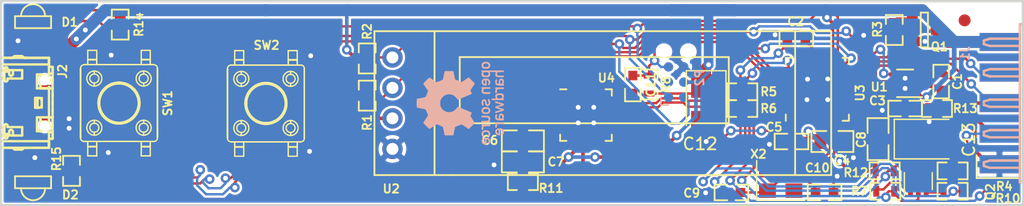
<source format=kicad_pcb>
(kicad_pcb (version 20171130) (host pcbnew "(5.1.4)-1")
  (title_block (title "3Dsimo Kit 2") (date 2019-05-10) (rev 201A))
  (layers (0 F.Cu signal hide) (31 B.Cu signal hide) (34 B.Paste user hide) (35 F.Paste user hide) (36 B.SilkS user hide) (37 F.SilkS user hide) (38 B.Mask user hide) (39 F.Mask user hide) (44 Edge.Cuts user))
  (net 0 "")
  (net 1 /NTC)
  (net 2 GND)
  (net 3 /PWR_OUTPUT)
  (net 4 /BTN_DOWN)
  (net 5 /BTN_UP)
  (net 6 /BTN_REVERSE)
  (net 7 /BTN_EXTRUSION)
  (net 8 /MOTOR_PWM)
  (net 9 /MOTOR_DIR)
  (net 10 /MOTOR_SLEEP)
  (net 11 "Net-(Q2-Pad6)")
  (net 12 /NTC_H_EN)
  (net 13 VBUS)
  (net 14 "Net-(R5-Pad2)")
  (net 15 /CP_TxD)
  (net 16 "Net-(R6-Pad1)")
  (net 17 /CP_RxD)
  (net 18 /NTC_L_EN)
  (net 19 /RST)
  (net 20 "Net-(R11-Pad1)")
  (net 21 VDD)
  (net 22 /ID)
  (net 23 "Net-(D1-Pad1)")
  (net 24 "Net-(D2-Pad1)")
  (net 25 "Net-(Q2-Pad3)")
  (net 26 "Net-(C2-Pad1)")
  (net 27 /MOTOR1)
  (net 28 /MOTOR2)
  (net 29 "Net-(D2-Pad2)")
  (net 30 "Net-(D1-Pad2)")
  (net 31 /SCL)
  (net 32 /SDA)
  (net 33 "Net-(C9-Pad1)")
  (net 34 "Net-(C10-Pad1)")
  (net 35 "Net-(J1-Pad9)")
  (net 36 /D-)
  (net 37 /D+)
  (net 38 "Net-(C11-Pad2)")
  (module Buttons_Switches_SMD:TACTM-64N-F (layer F.Cu) (at 87.675 62.675 180)
    (fp_text reference SW2 (at -0.05 4.85 180) (layer F.SilkS) (effects (font (size 0.7 0.7))))
    (fp_text value TACTM-64N-F)
    (pad 2 smd rect (at 2.25 4 270) (size 1.55 1.3) (layers F.Cu F.Paste F.Mask) (net 5 /BTN_UP))
    (pad 1 smd rect (at -2.25 4 270) (size 1.55 1.3) (layers F.Cu F.Paste F.Mask) (net 2 GND))
    (pad 2 smd rect (at 2.25 -4 270) (size 1.55 1.3) (layers F.Cu F.Paste F.Mask) (net 5 /BTN_UP))
    (pad 1 smd rect (at -2.25 -4 270) (size 1.55 1.3) (layers F.Cu F.Paste F.Mask) (net 2 GND))
  )
  (module Buttons_Switches_SMD:TACTM-64N-F (layer F.Cu) (at 75.45 62.65)
    (fp_text reference SW1 (at 4.05 0 90) (layer F.SilkS) (effects (font (size 0.7 0.7))))
    (fp_text value TACTM-64N-F)
    (pad 2 smd rect (at 2.25 4 90) (size 1.55 1.3) (layers F.Cu F.Paste F.Mask) (net 4 /BTN_DOWN))
    (pad 1 smd rect (at -2.25 4 90) (size 1.55 1.3) (layers F.Cu F.Paste F.Mask) (net 2 GND))
    (pad 2 smd rect (at 2.25 -4 90) (size 1.55 1.3) (layers F.Cu F.Paste F.Mask) (net 4 /BTN_DOWN))
    (pad 1 smd rect (at -2.25 -4 90) (size 1.55 1.3) (layers F.Cu F.Paste F.Mask) (net 2 GND))
  )
  (module passive:C_0603 (layer F.Cu) (at 118.2 61.1 270)
    (fp_text reference C11 (at 0 -1.5 90) (layer F.SilkS) (effects (font (size 0.7 0.7))))
    (fp_text value C-100n/50V)
    (pad 2 smd rect (at 0.75 0 270) (size 0.8 0.75) (layers F.Cu F.Paste F.Mask) (net 38 "Net-(C11-Pad2)"))
    (pad 1 smd rect (at -0.75 0 270) (size 0.8 0.75) (layers F.Cu F.Paste F.Mask) (net 19 /RST))
  )
  (module passive:R_0603 (layer F.Cu) (at 71.5 68.3 90)
    (fp_text reference R15 (at 1 -1.25 90) (layer F.SilkS) (effects (font (size 0.7 0.7))))
    (fp_text value 1k)
    (pad 2 smd rect (at 0.75 0 90) (size 0.5 0.9) (layers F.Cu F.Paste F.Mask) (net 2 GND))
    (pad 1 smd rect (at -0.75 0 90) (size 0.5 0.9) (layers F.Cu F.Paste F.Mask) (net 24 "Net-(D2-Pad1)"))
  )
  (module passive:R_0603 (layer F.Cu) (at 119.55 61.1 90)
    (fp_text reference R8 (at 0 1.4 90) (layer F.SilkS) (effects (font (size 0.7 0.7))))
    (fp_text value 10k)
    (pad 2 smd rect (at 0.75 0 90) (size 0.5 0.9) (layers F.Cu F.Paste F.Mask) (net 19 /RST))
    (pad 1 smd rect (at -0.75 0 90) (size 0.5 0.9) (layers F.Cu F.Paste F.Mask) (net 13 VBUS))
  )
  (module Capacitors_Tantalum_SMD:CP_Tantalum_Case-B_EIA-3528-21_Reflow (layer F.Cu) (at 142.75 65.65)
    (fp_text reference C13 (at 3.4 0.05 90) (layer F.SilkS))
    (fp_text value 100u_6.3V)
    (pad 2 smd rect (at 1.525 0) (size 1.95 2.5) (layers F.Cu F.Paste F.Mask) (net 2 GND))
    (pad 1 smd rect (at -1.525 0) (size 1.95 2.5) (layers F.Cu F.Paste F.Mask) (net 13 VBUS))
  )
  (module Capacitors_Tantalum_SMD:CP_Tantalum_Case-B_EIA-3528-21_Reflow (layer F.Cu) (at 124.3 62.75 270)
    (fp_text reference C12 (at 3.3 0.5) (layer F.SilkS))
    (fp_text value 100u_6.3V)
    (pad 1 smd rect (at -1.525 0 270) (size 1.95 2.5) (layers F.Cu F.Paste F.Mask) (net 13 VBUS))
    (pad 2 smd rect (at 1.525 0 270) (size 1.95 2.5) (layers F.Cu F.Paste F.Mask) (net 2 GND))
  )
  (module Crystals:Crystal_SMD_3225-4pin_3.2x2.5mm (layer F.Cu) (at 130.5 69.1)
    (fp_text reference X2 (at -1.85 -2.2) (layer F.SilkS) (effects (font (size 0.7 0.7))))
    (fp_text value 16MHz)
    (pad 1 smd rect (at -1.1 0.85) (size 1.4 1.2) (layers F.Cu F.Paste F.Mask) (net 33 "Net-(C9-Pad1)"))
    (pad 2 smd rect (at 1.1 0.85) (size 1.4 1.2) (layers F.Cu F.Paste F.Mask))
    (pad 3 smd rect (at 1.1 -0.85) (size 1.4 1.2) (layers F.Cu F.Paste F.Mask) (net 34 "Net-(C10-Pad1)"))
    (pad 4 smd rect (at -1.1 -0.85) (size 1.4 1.2) (layers F.Cu F.Paste F.Mask))
  )
  (module passive:C_0603 (layer F.Cu) (at 134.15 70.1)
    (fp_text reference C10 (at -0.6 -2.05) (layer F.SilkS) (effects (font (size 0.7 0.7))))
    (fp_text value 12p)
    (pad 2 smd rect (at 0.75 0) (size 0.8 0.75) (layers F.Cu F.Paste F.Mask) (net 2 GND))
    (pad 1 smd rect (at -0.75 0) (size 0.8 0.75) (layers F.Cu F.Paste F.Mask) (net 34 "Net-(C10-Pad1)"))
  )
  (module passive:C_0603 (layer F.Cu) (at 126.4 70.1 180)
    (fp_text reference C9 (at 3.3 -0.05 180) (layer F.SilkS) (effects (font (size 0.7 0.7))))
    (fp_text value 12p)
    (pad 2 smd rect (at 0.75 0 180) (size 0.8 0.75) (layers F.Cu F.Paste F.Mask) (net 2 GND))
    (pad 1 smd rect (at -0.75 0 180) (size 0.8 0.75) (layers F.Cu F.Paste F.Mask) (net 33 "Net-(C9-Pad1)"))
  )
  (module passive:C_0805 (layer F.Cu) (at 138.6 65.65 270)
    (fp_text reference C8 (at 0.05 1.4 270) (layer F.SilkS) (effects (font (size 0.7 0.7))))
    (fp_text value 22u/10V)
    (pad 2 smd rect (at 1 0 270) (size 1 1.25) (layers F.Cu F.Paste F.Mask) (net 13 VBUS))
    (pad 1 smd rect (at -1 0 270) (size 1 1.25) (layers F.Cu F.Paste F.Mask) (net 2 GND))
  )
  (module Connectors:Header_for_PCB_edge_2x5_2.54mm (layer B.Cu) (at 154.65 62.65 90)
    (fp_text reference J1 (at 4.15 -8.8 90) (layer B.SilkS) (effects (font (size 0.7 0.7)) (justify mirror)))
    (fp_text value CONN_02X05)
    (pad 9 smd rect (at 5.1 -5.95 90) (size 1.5 3.3) (layers F.Cu F.Mask) (net 35 "Net-(J1-Pad9)"))
    (pad 7 smd rect (at 2.55 -5.95 90) (size 1.5 3.3) (layers F.Cu F.Mask))
    (pad 5 smd rect (at 0 -5.95 90) (size 1.5 3.3) (layers F.Cu F.Mask) (net 28 /MOTOR2))
    (pad 3 smd rect (at -2.55 -5.95 90) (size 1.5 3.3) (layers F.Cu F.Mask) (net 27 /MOTOR1))
    (pad 1 smd rect (at -5.1 -5.95 90) (size 1.5 3.3) (layers F.Cu F.Mask) (net 22 /ID))
    (pad 10 smd rect (at 5.1 -5.95 90) (size 1.5 3.3) (layers B.Cu B.Paste B.Mask) (net 13 VBUS))
    (pad 8 smd rect (at 2.55 -5.95 90) (size 1.5 3.3) (layers B.Cu B.Paste B.Mask) (net 7 /BTN_EXTRUSION))
    (pad 6 smd rect (at 0 -5.95 90) (size 1.5 3.3) (layers B.Cu B.Paste B.Mask) (net 6 /BTN_REVERSE))
    (pad 4 smd rect (at -2.55 -5.95 90) (size 1.5 3.3) (layers B.Cu B.Paste B.Mask) (net 1 /NTC))
    (pad 2 smd rect (at -5.1 -5.95 90) (size 1.5 3.3) (layers B.Cu B.Paste B.Mask) (net 2 GND))
  )
  (module Connectors:Tag-Connect_TC2030-IDC-NL (layer B.Cu) (at 121.8 60.9 90)
    (fp_text reference P2 (at 0.35 1.95 90) (layer B.SilkS) (effects (font (size 0.7 0.7)) (justify mirror)))
    (fp_text value TC2030-ISP)
    (pad 6 smd circle (at 1.27 0.635 90) (size 0.7874 0.7874) (layers B.Cu B.Mask) (net 2 GND))
    (pad 5 smd circle (at 1.27 -0.635 90) (size 0.7874 0.7874) (layers B.Cu B.Mask) (net 19 /RST))
    (pad 4 smd circle (at 0 0.635 90) (size 0.7874 0.7874) (layers B.Cu B.Mask) (net 13 VBUS))
    (pad 3 smd circle (at 0 -0.635 90) (size 0.7874 0.7874) (layers B.Cu B.Mask) (net 30 "Net-(D1-Pad2)"))
    (pad 2 smd circle (at -1.27 0.635 90) (size 0.7874 0.7874) (layers B.Cu B.Mask) (net 4 /BTN_DOWN))
    (pad 1 smd circle (at -1.27 -0.635 90) (size 0.7874 0.7874) (layers B.Cu B.Mask) (net 5 /BTN_UP))
    (pad "" np_thru_hole circle (at -2.54 0 90) (size 0.9906 0.9906) (drill 0.9906) (layers *.Cu *.Mask))
    (pad "" np_thru_hole circle (at 2.54 -1.016 90) (size 0.9906 0.9906) (drill 0.9906) (layers *.Cu *.Mask))
    (pad "" np_thru_hole circle (at 2.54 1.016 90) (size 0.9906 0.9906) (drill 0.9906) (layers *.Cu *.Mask))
  )
  (module Connectors_USB:MCR-B-S-RA-TSMT-TR (layer F.Cu) (at 67.2 62.65 270)
    (fp_text reference J2 (at -2.65 -3.55 270) (layer F.SilkS) (effects (font (size 0.7 0.7))))
    (fp_text value MCR-B-S-RA-TSMT-TR)
    (pad "" np_thru_hole circle (at 1.9 -2.075 270) (size 0.85 0.85) (drill 0.85) (layers *.Cu *.Mask))
    (pad "" np_thru_hole circle (at -1.9 -2.075 270) (size 0.85 0.85) (drill 0.85) (layers *.Cu *.Mask))
    (pad 6 smd rect (at 3.7 0.125 90) (size 1.8 1.5) (layers F.Cu F.Paste F.Mask) (net 2 GND))
    (pad 6 smd rect (at 1.2 0.125 90) (size 1.8 1.5) (layers F.Cu F.Paste F.Mask) (net 2 GND))
    (pad 6 smd rect (at -1.2 0.125 90) (size 1.8 1.5) (layers F.Cu F.Paste F.Mask) (net 2 GND))
    (pad 6 smd rect (at -3.7 0.125 90) (size 1.8 1.5) (layers F.Cu F.Paste F.Mask) (net 2 GND))
    (pad 5 smd rect (at 1.3 -2.55 270) (size 0.45 1.45) (layers F.Cu F.Paste F.Mask) (net 2 GND))
    (pad 4 smd rect (at 0.65 -2.55 270) (size 0.45 1.45) (layers F.Cu F.Paste F.Mask))
    (pad 3 smd rect (at 0 -2.55 270) (size 0.45 1.45) (layers F.Cu F.Paste F.Mask) (net 37 /D+))
    (pad 2 smd rect (at -0.65 -2.55 270) (size 0.45 1.45) (layers F.Cu F.Paste F.Mask) (net 36 /D-))
    (pad 1 smd rect (at -1.3 -2.55 270) (size 0.45 1.45) (layers F.Cu F.Paste F.Mask) (net 13 VBUS))
  )
  (module Housings_DFN_QFN:QFN-24-1EP_4x4mm_Pitch0.5mm (layer F.Cu) (at 114.3 63.65)
    (fp_text reference U4 (at 1.7 -3.1) (layer F.SilkS) (effects (font (size 0.7 0.7))))
    (fp_text value CP2102N-QFN24)
    (pad 25 smd rect (at -0.65 -0.65) (size 1.3 1.3) (layers F.Cu F.Paste F.Mask) (net 2 GND))
    (pad 25 smd rect (at -0.65 0.65) (size 1.3 1.3) (layers F.Cu F.Paste F.Mask) (net 2 GND))
    (pad 25 smd rect (at 0.65 -0.65) (size 1.3 1.3) (layers F.Cu F.Paste F.Mask) (net 2 GND))
    (pad 25 smd rect (at 0.65 0.65) (size 1.3 1.3) (layers F.Cu F.Paste F.Mask) (net 2 GND))
    (pad 24 smd rect (at -1.25 -1.95 90) (size 0.85 0.3) (layers F.Cu F.Paste F.Mask))
    (pad 23 smd rect (at -0.75 -1.95 90) (size 0.85 0.3) (layers F.Cu F.Paste F.Mask) (net 38 "Net-(C11-Pad2)"))
    (pad 22 smd rect (at -0.25 -1.95 90) (size 0.85 0.3) (layers F.Cu F.Paste F.Mask))
    (pad 21 smd rect (at 0.25 -1.95 90) (size 0.85 0.3) (layers F.Cu F.Paste F.Mask) (net 15 /CP_TxD))
    (pad 20 smd rect (at 0.75 -1.95 90) (size 0.85 0.3) (layers F.Cu F.Paste F.Mask) (net 17 /CP_RxD))
    (pad 19 smd rect (at 1.25 -1.95 90) (size 0.85 0.3) (layers F.Cu F.Paste F.Mask))
    (pad 18 smd rect (at 1.95 -1.25) (size 0.85 0.3) (layers F.Cu F.Paste F.Mask))
    (pad 17 smd rect (at 1.95 -0.75) (size 0.85 0.3) (layers F.Cu F.Paste F.Mask))
    (pad 16 smd rect (at 1.95 -0.25) (size 0.85 0.3) (layers F.Cu F.Paste F.Mask))
    (pad 15 smd rect (at 1.95 0.25) (size 0.85 0.3) (layers F.Cu F.Paste F.Mask) (net 2 GND))
    (pad 14 smd rect (at 1.95 0.75) (size 0.85 0.3) (layers F.Cu F.Paste F.Mask))
    (pad 13 smd rect (at 1.95 1.25) (size 0.85 0.3) (layers F.Cu F.Paste F.Mask))
    (pad 12 smd rect (at 1.25 1.95 90) (size 0.85 0.3) (layers F.Cu F.Paste F.Mask))
    (pad 11 smd rect (at 0.75 1.95 90) (size 0.85 0.3) (layers F.Cu F.Paste F.Mask))
    (pad 10 smd rect (at 0.25 1.95 90) (size 0.85 0.3) (layers F.Cu F.Paste F.Mask))
    (pad 9 smd rect (at -0.25 1.95 90) (size 0.85 0.3) (layers F.Cu F.Paste F.Mask) (net 20 "Net-(R11-Pad1)"))
    (pad 8 smd rect (at -0.75 1.95 90) (size 0.85 0.3) (layers F.Cu F.Paste F.Mask) (net 13 VBUS))
    (pad 7 smd rect (at -1.25 1.95 90) (size 0.85 0.3) (layers F.Cu F.Paste F.Mask) (net 13 VBUS))
    (pad 6 smd rect (at -1.95 1.25) (size 0.85 0.3) (layers F.Cu F.Paste F.Mask) (net 21 VDD))
    (pad 5 smd rect (at -1.95 0.75) (size 0.85 0.3) (layers F.Cu F.Paste F.Mask) (net 21 VDD))
    (pad 4 smd rect (at -1.95 0.25) (size 0.85 0.3) (layers F.Cu F.Paste F.Mask) (net 36 /D-))
    (pad 3 smd rect (at -1.95 -0.25) (size 0.85 0.3) (layers F.Cu F.Paste F.Mask) (net 37 /D+))
    (pad 2 smd rect (at -1.95 -0.75) (size 0.85 0.3) (layers F.Cu F.Paste F.Mask) (net 2 GND))
    (pad 1 smd rect (at -1.95 -1.25) (size 0.85 0.3) (layers F.Cu F.Paste F.Mask))
  )
  (module Housings_DFN_QFN:QFN-32-1EP_5x5mm_Pitch0.5mm (layer F.Cu) (at 133.55 61.5 90)
    (fp_text reference U3 (at -0.3 3.55 90) (layer F.SilkS) (effects (font (size 0.7 0.7))))
    (fp_text value ATMEGA328P-MU)
    (pad 33 smd rect (at -0.8625 -0.8625 90) (size 1.725 1.725) (layers F.Cu F.Paste F.Mask) (net 2 GND))
    (pad 33 smd rect (at -0.8625 0.8625 90) (size 1.725 1.725) (layers F.Cu F.Paste F.Mask) (net 2 GND))
    (pad 33 smd rect (at 0.8625 -0.8625 90) (size 1.725 1.725) (layers F.Cu F.Paste F.Mask) (net 2 GND))
    (pad 33 smd rect (at 0.8625 0.8625 90) (size 1.725 1.725) (layers F.Cu F.Paste F.Mask) (net 2 GND))
    (pad 32 smd rect (at -1.75 -2.4 180) (size 0.7 0.25) (layers F.Cu F.Paste F.Mask) (net 18 /NTC_L_EN))
    (pad 31 smd rect (at -1.25 -2.4 180) (size 0.7 0.25) (layers F.Cu F.Paste F.Mask) (net 16 "Net-(R6-Pad1)"))
    (pad 30 smd rect (at -0.75 -2.4 180) (size 0.7 0.25) (layers F.Cu F.Paste F.Mask) (net 14 "Net-(R5-Pad2)"))
    (pad 29 smd rect (at -0.25 -2.4 180) (size 0.7 0.25) (layers F.Cu F.Paste F.Mask) (net 19 /RST))
    (pad 28 smd rect (at 0.25 -2.4 180) (size 0.7 0.25) (layers F.Cu F.Paste F.Mask) (net 31 /SCL))
    (pad 27 smd rect (at 0.75 -2.4 180) (size 0.7 0.25) (layers F.Cu F.Paste F.Mask) (net 32 /SDA))
    (pad 26 smd rect (at 1.25 -2.4 180) (size 0.7 0.25) (layers F.Cu F.Paste F.Mask))
    (pad 25 smd rect (at 1.75 -2.4 180) (size 0.7 0.25) (layers F.Cu F.Paste F.Mask) (net 22 /ID))
    (pad 24 smd rect (at 2.4 -1.75 90) (size 0.7 0.25) (layers F.Cu F.Paste F.Mask))
    (pad 23 smd rect (at 2.4 -1.25 90) (size 0.7 0.25) (layers F.Cu F.Paste F.Mask) (net 1 /NTC))
    (pad 22 smd rect (at 2.4 -0.75 90) (size 0.7 0.25) (layers F.Cu F.Paste F.Mask))
    (pad 21 smd rect (at 2.4 -0.25 90) (size 0.7 0.25) (layers F.Cu F.Paste F.Mask) (net 2 GND))
    (pad 20 smd rect (at 2.4 0.25 90) (size 0.7 0.25) (layers F.Cu F.Paste F.Mask) (net 26 "Net-(C2-Pad1)"))
    (pad 19 smd rect (at 2.4 0.75 90) (size 0.7 0.25) (layers F.Cu F.Paste F.Mask))
    (pad 18 smd rect (at 2.4 1.25 90) (size 0.7 0.25) (layers F.Cu F.Paste F.Mask) (net 13 VBUS))
    (pad 17 smd rect (at 2.4 1.75 90) (size 0.7 0.25) (layers F.Cu F.Paste F.Mask) (net 30 "Net-(D1-Pad2)"))
    (pad 16 smd rect (at 1.75 2.4 180) (size 0.7 0.25) (layers F.Cu F.Paste F.Mask) (net 4 /BTN_DOWN))
    (pad 15 smd rect (at 1.25 2.4 180) (size 0.7 0.25) (layers F.Cu F.Paste F.Mask) (net 5 /BTN_UP))
    (pad 14 smd rect (at 0.75 2.4 180) (size 0.7 0.25) (layers F.Cu F.Paste F.Mask) (net 8 /MOTOR_PWM))
    (pad 13 smd rect (at 0.25 2.4 180) (size 0.7 0.25) (layers F.Cu F.Paste F.Mask) (net 3 /PWR_OUTPUT))
    (pad 12 smd rect (at -0.25 2.4 180) (size 0.7 0.25) (layers F.Cu F.Paste F.Mask) (net 7 /BTN_EXTRUSION))
    (pad 11 smd rect (at -0.75 2.4 180) (size 0.7 0.25) (layers F.Cu F.Paste F.Mask) (net 6 /BTN_REVERSE))
    (pad 10 smd rect (at -1.25 2.4 180) (size 0.7 0.25) (layers F.Cu F.Paste F.Mask) (net 9 /MOTOR_DIR))
    (pad 9 smd rect (at -1.75 2.4 180) (size 0.7 0.25) (layers F.Cu F.Paste F.Mask) (net 10 /MOTOR_SLEEP))
    (pad 8 smd rect (at -2.4 1.75 90) (size 0.7 0.25) (layers F.Cu F.Paste F.Mask) (net 34 "Net-(C10-Pad1)"))
    (pad 7 smd rect (at -2.4 1.25 90) (size 0.7 0.25) (layers F.Cu F.Paste F.Mask) (net 33 "Net-(C9-Pad1)"))
    (pad 6 smd rect (at -2.4 0.75 90) (size 0.7 0.25) (layers F.Cu F.Paste F.Mask) (net 13 VBUS))
    (pad 5 smd rect (at -2.4 0.25 90) (size 0.7 0.25) (layers F.Cu F.Paste F.Mask) (net 2 GND))
    (pad 4 smd rect (at -2.4 -0.25 90) (size 0.7 0.25) (layers F.Cu F.Paste F.Mask) (net 13 VBUS))
    (pad 3 smd rect (at -2.4 -0.75 90) (size 0.7 0.25) (layers F.Cu F.Paste F.Mask) (net 2 GND))
    (pad 2 smd rect (at -2.4 -1.25 90) (size 0.7 0.25) (layers F.Cu F.Paste F.Mask) (net 29 "Net-(D2-Pad2)"))
    (pad 1 smd rect (at -2.4 -1.75 90) (size 0.7 0.25) (layers F.Cu F.Paste F.Mask) (net 12 /NTC_H_EN))
  )
  (module LEDs:KPA-3010 (layer F.Cu) (at 68.3 55.9)
    (fp_text reference D1 (at 3.05 0) (layer F.SilkS) (effects (font (size 0.7 0.7))))
    (fp_text value KPA-3010CGCK)
    (pad 3 smd rect (at 0 0.65) (size 0.9 0.9) (layers F.Cu F.Paste F.Mask))
    (pad 2 smd rect (at 1.5 0) (size 1.1 1.5) (layers F.Cu F.Paste F.Mask) (net 30 "Net-(D1-Pad2)"))
    (pad 1 smd rect (at -1.5 0) (size 1.1 1.5) (layers F.Cu F.Paste F.Mask) (net 23 "Net-(D1-Pad1)"))
  )
  (module LEDs:KPA-3010 (layer F.Cu) (at 68.3 69.25 180)
    (fp_text reference D2 (at -3.1 -1.05) (layer F.SilkS) (effects (font (size 0.7 0.7))))
    (fp_text value KPA-3010CGCK)
    (pad 3 smd rect (at 0 0.65 180) (size 0.9 0.9) (layers F.Cu F.Paste F.Mask))
    (pad 2 smd rect (at 1.5 0 180) (size 1.1 1.5) (layers F.Cu F.Paste F.Mask) (net 29 "Net-(D2-Pad2)"))
    (pad 1 smd rect (at -1.5 0 180) (size 1.1 1.5) (layers F.Cu F.Paste F.Mask) (net 24 "Net-(D2-Pad1)"))
  )
  (module TO_SOT_Packages_SMD:SOT-363_SC-70-6 (layer F.Cu) (at 141.95 69.15 90)
    (fp_text reference Q2 (at -0.9 6 270) (layer F.SilkS) (effects (font (size 0.7 0.7))))
    (fp_text value NX3008)
    (pad 1 smd rect (at -0.95 -0.65 90) (size 0.65 0.4) (layers F.Cu F.Paste F.Mask) (net 13 VBUS))
    (pad 3 smd rect (at -0.95 0.65 90) (size 0.65 0.4) (layers F.Cu F.Paste F.Mask) (net 25 "Net-(Q2-Pad3)"))
    (pad 5 smd rect (at 0.95 0 90) (size 0.65 0.4) (layers F.Cu F.Paste F.Mask) (net 12 /NTC_H_EN))
    (pad 2 smd rect (at -0.95 0 90) (size 0.65 0.4) (layers F.Cu F.Paste F.Mask) (net 18 /NTC_L_EN))
    (pad 4 smd rect (at 0.95 0.65 90) (size 0.65 0.4) (layers F.Cu F.Paste F.Mask) (net 13 VBUS))
    (pad 6 smd rect (at 0.95 -0.65 90) (size 0.65 0.4) (layers F.Cu F.Paste F.Mask) (net 11 "Net-(Q2-Pad6)"))
  )
  (module passive:C_0603 (layer F.Cu) (at 131.4 65.85 180)
    (fp_text reference C5 (at 1.45 1.2 180) (layer F.SilkS) (effects (font (size 0.7 0.7))))
    (fp_text value C-100n/50V)
    (pad 2 smd rect (at 0.75 0 180) (size 0.8 0.75) (layers F.Cu F.Paste F.Mask) (net 2 GND))
    (pad 1 smd rect (at -0.75 0 180) (size 0.8 0.75) (layers F.Cu F.Paste F.Mask) (net 13 VBUS))
  )
  (module passive:C_0805 (layer F.Cu) (at 134.8 65.85 180)
    (fp_text reference C4 (at -0.8 -1.6 180) (layer F.SilkS) (effects (font (size 0.7 0.7))))
    (fp_text value 22u/10V)
    (pad 2 smd rect (at 1 0 180) (size 1 1.25) (layers F.Cu F.Paste F.Mask) (net 13 VBUS))
    (pad 1 smd rect (at -1 0 180) (size 1 1.25) (layers F.Cu F.Paste F.Mask) (net 2 GND))
  )
  (module passive:C_0805 (layer F.Cu) (at 109.05 65.8)
    (fp_text reference C6 (at -2.75 -0.05) (layer F.SilkS) (effects (font (size 0.7 0.7))))
    (fp_text value 22u/10V)
    (pad 2 smd rect (at 1 0) (size 1 1.25) (layers F.Cu F.Paste F.Mask) (net 21 VDD))
    (pad 1 smd rect (at -1 0) (size 1 1.25) (layers F.Cu F.Paste F.Mask) (net 2 GND))
  )
  (module passive:C_0805 (layer F.Cu) (at 109.05 67.55 180)
    (fp_text reference C7 (at -2.75 0 180) (layer F.SilkS) (effects (font (size 0.7 0.7))))
    (fp_text value 22u/10V)
    (pad 2 smd rect (at 1 0 180) (size 1 1.25) (layers F.Cu F.Paste F.Mask) (net 2 GND))
    (pad 1 smd rect (at -1 0 180) (size 1 1.25) (layers F.Cu F.Paste F.Mask) (net 13 VBUS))
  )
  (module passive:R_0603 (layer F.Cu) (at 144.8 70)
    (fp_text reference R10 (at 4.6 0.6) (layer F.SilkS) (effects (font (size 0.7 0.7))))
    (fp_text value 10k)
    (pad 2 smd rect (at 0.75 0) (size 0.5 0.9) (layers F.Cu F.Paste F.Mask) (net 1 /NTC))
    (pad 1 smd rect (at -0.75 0) (size 0.5 0.9) (layers F.Cu F.Paste F.Mask) (net 25 "Net-(Q2-Pad3)"))
  )
  (module passive:R_0603 (layer F.Cu) (at 75.55 56.1 270)
    (fp_text reference R14 (at 0 -1.55 270) (layer F.SilkS) (effects (font (size 0.7 0.7))))
    (fp_text value 1k)
    (pad 2 smd rect (at 0.75 0 270) (size 0.5 0.9) (layers F.Cu F.Paste F.Mask) (net 2 GND))
    (pad 1 smd rect (at -0.75 0 270) (size 0.5 0.9) (layers F.Cu F.Paste F.Mask) (net 23 "Net-(D1-Pad1)"))
  )
  (module passive:R_0603 (layer F.Cu) (at 143.5 63.1)
    (fp_text reference R13 (at 2.35 0) (layer F.SilkS) (effects (font (size 0.7 0.7))))
    (fp_text value 100k)
    (pad 2 smd rect (at 0.75 0) (size 0.5 0.9) (layers F.Cu F.Paste F.Mask) (net 22 /ID))
    (pad 1 smd rect (at -0.75 0) (size 0.5 0.9) (layers F.Cu F.Paste F.Mask) (net 13 VBUS))
  )
  (module passive:R_0603 (layer F.Cu) (at 109.05 69.2 180)
    (fp_text reference R11 (at -2.35 -0.55 180) (layer F.SilkS) (effects (font (size 0.7 0.7))))
    (fp_text value 1k)
    (pad 2 smd rect (at 0.75 0 180) (size 0.5 0.9) (layers F.Cu F.Paste F.Mask) (net 21 VDD))
    (pad 1 smd rect (at -0.75 0 180) (size 0.5 0.9) (layers F.Cu F.Paste F.Mask) (net 20 "Net-(R11-Pad1)"))
  )
  (module passive:R_0603 (layer F.Cu) (at 139.2 70)
    (fp_text reference R7 (at -2.15 0) (layer F.SilkS) (effects (font (size 0.7 0.7))))
    (fp_text value 100k)
    (pad 2 smd rect (at 0.75 0) (size 0.5 0.9) (layers F.Cu F.Paste F.Mask) (net 18 /NTC_L_EN))
    (pad 1 smd rect (at -0.75 0) (size 0.5 0.9) (layers F.Cu F.Paste F.Mask) (net 13 VBUS))
  )
  (module passive:R_0603 (layer F.Cu) (at 127.3 63.1 180)
    (fp_text reference R6 (at -2.2 0) (layer F.SilkS) (effects (font (size 0.7 0.7))))
    (fp_text value 100R)
    (pad 2 smd rect (at 0.75 0 180) (size 0.5 0.9) (layers F.Cu F.Paste F.Mask) (net 17 /CP_RxD))
    (pad 1 smd rect (at -0.75 0 180) (size 0.5 0.9) (layers F.Cu F.Paste F.Mask) (net 16 "Net-(R6-Pad1)"))
  )
  (module passive:R_0603 (layer F.Cu) (at 127.3 61.7)
    (fp_text reference R5 (at 2.2 0) (layer F.SilkS) (effects (font (size 0.7 0.7))))
    (fp_text value 100R)
    (pad 2 smd rect (at 0.75 0) (size 0.5 0.9) (layers F.Cu F.Paste F.Mask) (net 14 "Net-(R5-Pad2)"))
    (pad 1 smd rect (at -0.75 0) (size 0.5 0.9) (layers F.Cu F.Paste F.Mask) (net 15 /CP_TxD))
  )
  (module passive:R_0603 (layer F.Cu) (at 139.15 68.3 180)
    (fp_text reference R12 (at 2.4 -0.15 180) (layer F.SilkS) (effects (font (size 0.7 0.7))))
    (fp_text value 100k)
    (pad 2 smd rect (at 0.75 0 180) (size 0.5 0.9) (layers F.Cu F.Paste F.Mask) (net 13 VBUS))
    (pad 1 smd rect (at -0.75 0 180) (size 0.5 0.9) (layers F.Cu F.Paste F.Mask) (net 12 /NTC_H_EN))
  )
  (module Logo:OpenHW_6_9x7_3mm (layer B.Cu) (at 103.85 62.65 270)
    (fp_text reference X1 hide)
    (fp_text value OSHW hide)
  )
  (module passive:C_0603 (layer F.Cu) (at 140.85 63.1 180)
    (fp_text reference C3 (at 2.3 0.65 180) (layer F.SilkS) (effects (font (size 0.7 0.7))))
    (fp_text value 1u/25V)
    (pad 2 smd rect (at 0.75 0 180) (size 0.8 0.75) (layers F.Cu F.Paste F.Mask) (net 2 GND))
    (pad 1 smd rect (at -0.75 0 180) (size 0.8 0.75) (layers F.Cu F.Paste F.Mask) (net 13 VBUS))
  )
  (module Fiducials:AssemblyMark_1.0mm (layer F.Cu) (at 74.7 69.5)
    (fp_text reference J4 hide)
    (fp_text value FiducialMark hide)
    (pad 1 smd circle (at 0 0) (size 1 1) (layers F.Cu F.Mask) (clearance 0.8))
  )
  (module Fiducials:AssemblyMark_1.0mm (layer F.Cu) (at 145.8 55.75)
    (fp_text reference J3 hide)
    (fp_text value FiducialMark hide)
    (pad 1 smd circle (at 0 0) (size 1 1) (layers F.Cu F.Mask) (clearance 0.8))
  )
  (module Displays:OLED_MODULE_128x32_IIC (layer F.Cu) (at 114.7 62.65)
    (fp_text reference U2 (at -16.6 7.15) (layer F.SilkS) (effects (font (size 0.7 0.7))))
    (fp_text value OLED_128x32_MODULE)
    (pad 4 thru_hole circle (at -16.5 3.82) (size 1.7 1.7) (drill 1) (layers *.Cu *.Mask) (net 2 GND))
    (pad 3 thru_hole circle (at -16.5 1.27) (size 1.7 1.7) (drill 1) (layers *.Cu *.Mask) (net 13 VBUS))
    (pad 2 thru_hole circle (at -16.5 -1.27) (size 1.7 1.7) (drill 1) (layers *.Cu *.Mask) (net 31 /SCL))
    (pad 1 thru_hole circle (at -16.5 -3.81) (size 1.7 1.7) (drill 1) (layers *.Cu *.Mask) (net 32 /SDA))
  )
  (module Housings_DFN_QFN:VDFN-8-1EP_2x2mm_Pitch0.5mm (layer F.Cu) (at 140.85 61 180)
    (fp_text reference U1 (at 2.15 -0.3 180) (layer F.SilkS) (effects (font (size 0.7 0.7))))
    (fp_text value DRV8837)
    (pad 9 smd rect (at 0 -0.425 180) (size 0.9 0.85) (layers F.Cu F.Paste F.Mask) (net 2 GND))
    (pad 9 smd rect (at 0 0.425 180) (size 0.9 0.85) (layers F.Cu F.Paste F.Mask) (net 2 GND))
    (pad 8 smd rect (at 1 -0.75 180) (size 0.65 0.35) (layers F.Cu F.Paste F.Mask) (net 13 VBUS))
    (pad 7 smd rect (at 1 -0.25 180) (size 0.65 0.35) (layers F.Cu F.Paste F.Mask) (net 10 /MOTOR_SLEEP))
    (pad 6 smd rect (at 1 0.25 180) (size 0.65 0.35) (layers F.Cu F.Paste F.Mask) (net 9 /MOTOR_DIR))
    (pad 5 smd rect (at 1 0.75 180) (size 0.65 0.35) (layers F.Cu F.Paste F.Mask) (net 8 /MOTOR_PWM))
    (pad 4 smd rect (at -1 0.75 180) (size 0.65 0.35) (layers F.Cu F.Paste F.Mask) (net 2 GND))
    (pad 3 smd rect (at -1 0.25 180) (size 0.65 0.35) (layers F.Cu F.Paste F.Mask) (net 28 /MOTOR2))
    (pad 2 smd rect (at -1 -0.25 180) (size 0.65 0.35) (layers F.Cu F.Paste F.Mask) (net 27 /MOTOR1))
    (pad 1 smd rect (at -1 -0.75 180) (size 0.65 0.35) (layers F.Cu F.Paste F.Mask) (net 13 VBUS))
  )
  (module TO_SOT_Packages_SMD:SOT-23 (layer F.Cu) (at 142.45 56.55 180)
    (fp_text reference Q1 (at -1.25 -1.4 180) (layer F.SilkS) (effects (font (size 0.7 0.7))))
    (fp_text value DMG2305UX)
    (pad 1 smd rect (at 1 0.95 270) (size 0.8 0.9) (layers F.Cu F.Paste F.Mask) (net 3 /PWR_OUTPUT))
    (pad 2 smd rect (at 1 -0.95 270) (size 0.8 0.9) (layers F.Cu F.Paste F.Mask) (net 13 VBUS))
    (pad 3 smd rect (at -1 0 270) (size 0.8 0.9) (layers F.Cu F.Paste F.Mask) (net 35 "Net-(J1-Pad9)"))
  )
  (module passive:C_0603 (layer F.Cu) (at 131.8 57.25 180)
    (fp_text reference C2 (at 0.05 1.4 180) (layer F.SilkS) (effects (font (size 0.7 0.7))))
    (fp_text value C-100n/50V)
    (pad 2 smd rect (at 0.75 0 180) (size 0.8 0.75) (layers F.Cu F.Paste F.Mask) (net 2 GND))
    (pad 1 smd rect (at -0.75 0 180) (size 0.8 0.75) (layers F.Cu F.Paste F.Mask) (net 26 "Net-(C2-Pad1)"))
  )
  (module passive:C_0603 (layer F.Cu) (at 143.85 60.85 270)
    (fp_text reference C1 (at 0 -1.35 270) (layer F.SilkS) (effects (font (size 0.7 0.7))))
    (fp_text value C-100n/50V)
    (pad 2 smd rect (at 0.75 0 270) (size 0.8 0.75) (layers F.Cu F.Paste F.Mask) (net 27 /MOTOR1))
    (pad 1 smd rect (at -0.75 0 270) (size 0.8 0.75) (layers F.Cu F.Paste F.Mask) (net 28 /MOTOR2))
  )
  (module passive:R_0603 (layer F.Cu) (at 139.95 56.55 90)
    (fp_text reference R3 (at 0.05 -1.4 90) (layer F.SilkS) (effects (font (size 0.7 0.7))))
    (fp_text value 100k)
    (pad 2 smd rect (at 0.75 0 90) (size 0.5 0.9) (layers F.Cu F.Paste F.Mask) (net 3 /PWR_OUTPUT))
    (pad 1 smd rect (at -0.75 0 90) (size 0.5 0.9) (layers F.Cu F.Paste F.Mask) (net 13 VBUS))
  )
  (module passive:R_0603 (layer F.Cu) (at 144.8 68.3)
    (fp_text reference R4 (at 4.3 1.3) (layer F.SilkS) (effects (font (size 0.7 0.7))))
    (fp_text value 100R)
    (pad 2 smd rect (at 0.75 0) (size 0.5 0.9) (layers F.Cu F.Paste F.Mask) (net 1 /NTC))
    (pad 1 smd rect (at -0.75 0) (size 0.5 0.9) (layers F.Cu F.Paste F.Mask) (net 11 "Net-(Q2-Pad6)"))
  )
  (module passive:R_0603 (layer F.Cu) (at 96.1 62.025 270)
    (fp_text reference R1 (at 2.25 0 270) (layer F.SilkS) (effects (font (size 0.7 0.7))))
    (fp_text value 1k)
    (pad 2 smd rect (at 0.75 0 270) (size 0.5 0.9) (layers F.Cu F.Paste F.Mask) (net 31 /SCL))
    (pad 1 smd rect (at -0.75 0 270) (size 0.5 0.9) (layers F.Cu F.Paste F.Mask) (net 13 VBUS))
  )
  (module passive:R_0603 (layer F.Cu) (at 96.1 58.925 90)
    (fp_text reference R2 (at 2.25 0 90) (layer F.SilkS) (effects (font (size 0.7 0.7))))
    (fp_text value 1k)
    (pad 2 smd rect (at 0.75 0 90) (size 0.5 0.9) (layers F.Cu F.Paste F.Mask) (net 32 /SDA))
    (pad 1 smd rect (at -0.75 0 90) (size 0.5 0.9) (layers F.Cu F.Paste F.Mask) (net 13 VBUS))
  )
  (gr_line (start 65.65 54.15) (end 65.65 71.15) (layer Edge.Cuts) (width 0.2))
  (gr_line (start 150.65 54.15) (end 65.65 54.15) (layer Edge.Cuts) (width 0.2))
  (gr_line (start 150.65 71.15) (end 150.65 54.15) (layer Edge.Cuts) (width 0.2))
  (gr_line (start 65.65 71.15) (end 150.65 71.15) (layer Edge.Cuts) (width 0.2))
  (via (at 127.15 59.9) (size 0.8) (drill 0.4) (layers F.Cu B.Cu) (net 1))
  (segment (start 129.898416 58.901584) (end 128.148416 58.901584) (width 0.2) (layer B.Cu) (net 1))
  (segment (start 128.148416 58.901584) (end 127.549999 59.500001) (width 0.2) (layer B.Cu) (net 1))
  (segment (start 124.05 69.2) (end 127.15 66.1) (width 0.2) (layer F.Cu) (net 1))
  (segment (start 127.15 60.465685) (end 127.15 59.9) (width 0.2) (layer F.Cu) (net 1))
  (segment (start 127.15 66.1) (end 127.15 60.465685) (width 0.2) (layer F.Cu) (net 1))
  (segment (start 130.309627 58.490373) (end 129.898416 58.901584) (width 0.2) (layer B.Cu) (net 1))
  (segment (start 127.549999 59.500001) (end 127.15 59.9) (width 0.2) (layer B.Cu) (net 1))
  (segment (start 145.55 67.65) (end 146 67.2) (width 0.2) (layer F.Cu) (net 1))
  (segment (start 145.55 68.3) (end 145.55 67.65) (width 0.2) (layer F.Cu) (net 1))
  (segment (start 146 67.2) (end 146 65.4) (width 0.2) (layer F.Cu) (net 1))
  (segment (start 146 65.4) (end 145.95 65.35) (width 0.2) (layer F.Cu) (net 1))
  (segment (start 148.7 65.2) (end 146.1 65.2) (width 0.2) (layer B.Cu) (net 1))
  (segment (start 146.1 65.2) (end 145.95 65.35) (width 0.2) (layer B.Cu) (net 1))
  (via (at 145.95 65.35) (size 0.8) (drill 0.4) (layers F.Cu B.Cu) (net 1))
  (segment (start 132.3 59.1) (end 132.3 58.55) (width 0.2) (layer F.Cu) (net 1))
  (segment (start 131.840374 58.090374) (end 130.709626 58.090374) (width 0.2) (layer F.Cu) (net 1))
  (via (at 130.309627 58.490373) (size 0.8) (drill 0.4) (layers F.Cu B.Cu) (net 1))
  (segment (start 130.709626 58.090374) (end 130.309627 58.490373) (width 0.2) (layer F.Cu) (net 1))
  (segment (start 132.3 58.55) (end 131.840374 58.090374) (width 0.2) (layer F.Cu) (net 1))
  (segment (start 125.15 68.1) (end 128 68.1) (width 0.2) (layer B.Cu) (net 1))
  (segment (start 124.05 69.2) (end 125.15 68.1) (width 0.2) (layer B.Cu) (net 1))
  (segment (start 129.5 69.6) (end 136.899999 69.600001) (width 0.2) (layer B.Cu) (net 1))
  (segment (start 136.899999 69.600001) (end 138.7 67.8) (width 0.2) (layer B.Cu) (net 1))
  (segment (start 140.85 70.4) (end 144.45 70.4) (width 0.2) (layer B.Cu) (net 1))
  (segment (start 140.25 69.8) (end 140.85 70.4) (width 0.2) (layer B.Cu) (net 1))
  (segment (start 128 68.1) (end 129.5 69.6) (width 0.2) (layer B.Cu) (net 1))
  (segment (start 138.7 67.8) (end 138.710044 67.8) (width 0.2) (layer B.Cu) (net 1))
  (segment (start 138.710044 67.8) (end 138.791444 67.7186) (width 0.2) (layer B.Cu) (net 1))
  (segment (start 138.791444 67.7186) (end 139.5686 67.7186) (width 0.2) (layer B.Cu) (net 1))
  (segment (start 139.5686 67.7186) (end 140.25 68.4) (width 0.2) (layer B.Cu) (net 1))
  (segment (start 140.25 68.4) (end 140.25 69.8) (width 0.2) (layer B.Cu) (net 1))
  (segment (start 144.45 70.4) (end 144.85 70) (width 0.2) (layer B.Cu) (net 1))
  (segment (start 144.85 70) (end 145.55 70) (width 0.2) (layer F.Cu) (net 1))
  (via (at 144.85 70) (size 0.8) (drill 0.4) (layers F.Cu B.Cu) (net 1))
  (via (at 124.05 69.2) (size 0.8) (drill 0.4) (layers F.Cu B.Cu) (net 1))
  (segment (start 145.55 70) (end 145.55 68.3) (width 0.2) (layer F.Cu) (net 1))
  (segment (start 73.2 66.65) (end 72.35 66.65) (width 0.2) (layer F.Cu) (net 2))
  (segment (start 72.35 66.65) (end 71.5 67.5) (width 0.2) (layer F.Cu) (net 2))
  (segment (start 71.5 67.5) (end 71.5 67.55) (width 0.2) (layer F.Cu) (net 2))
  (segment (start 75.55 56.85) (end 75.55 57.9) (width 0.2) (layer F.Cu) (net 2))
  (segment (start 75.55 57.9) (end 74.8 58.65) (width 0.2) (layer F.Cu) (net 2))
  (segment (start 130.65 65.7) (end 130.45 65.9) (width 0.2) (layer F.Cu) (net 2))
  (segment (start 130.45 65.9) (end 129.754223 65.9) (width 0.2) (layer F.Cu) (net 2))
  (segment (start 129.754223 65.9) (end 129.564807 66.089416) (width 0.2) (layer F.Cu) (net 2))
  (via (at 124.3 65.85) (size 0.8) (drill 0.4) (layers F.Cu B.Cu) (net 2))
  (segment (start 124.3 64.275) (end 124.3 65.85) (width 0.8) (layer F.Cu) (net 2))
  (segment (start 144.275 65.625) (end 142.85 64.2) (width 0.4) (layer F.Cu) (net 2))
  (segment (start 144.275 65.65) (end 144.275 65.625) (width 0.4) (layer F.Cu) (net 2))
  (via (at 142.85 64.2) (size 0.8) (drill 0.4) (layers F.Cu B.Cu) (net 2))
  (segment (start 140.85 61.425) (end 140.85 62.35) (width 0.4) (layer F.Cu) (net 2))
  (segment (start 140.85 62.35) (end 140.1 63.1) (width 0.4) (layer F.Cu) (net 2))
  (segment (start 140.1 63.1) (end 139.1 63.1) (width 0.4) (layer F.Cu) (net 2))
  (segment (start 139.1 63.1) (end 138.95 63.25) (width 0.4) (layer F.Cu) (net 2))
  (segment (start 138.6 64.65) (end 138.6 63.6) (width 0.4) (layer F.Cu) (net 2))
  (segment (start 138.6 63.6) (end 138.95 63.25) (width 0.4) (layer F.Cu) (net 2))
  (via (at 138.95 63.25) (size 0.8) (drill 0.4) (layers F.Cu B.Cu) (net 2))
  (segment (start 135.8 65.55) (end 135.8 66.45) (width 0.2) (layer F.Cu) (net 2))
  (segment (start 136.150001 66.800001) (end 136.55 67.2) (width 0.2) (layer F.Cu) (net 2))
  (segment (start 135.8 66.45) (end 136.150001 66.800001) (width 0.2) (layer F.Cu) (net 2))
  (via (at 136.55 67.2) (size 0.8) (drill 0.4) (layers F.Cu B.Cu) (net 2))
  (segment (start 89.925 58.675) (end 91.375 58.675) (width 0.3) (layer F.Cu) (net 2))
  (segment (start 91.375 58.675) (end 91.4 58.7) (width 0.3) (layer F.Cu) (net 2))
  (via (at 91.4 58.7) (size 0.8) (drill 0.4) (layers F.Cu B.Cu) (net 2))
  (segment (start 89.925 66.675) (end 91.3 66.675) (width 0.3) (layer F.Cu) (net 2))
  (via (at 91.3 66.675) (size 0.8) (drill 0.4) (layers F.Cu B.Cu) (net 2))
  (via (at 130.034087 56.95001) (size 0.8) (drill 0.4) (layers F.Cu B.Cu) (net 2))
  (segment (start 130.334077 57.25) (end 130.034087 56.95001) (width 0.2) (layer F.Cu) (net 2))
  (segment (start 131.05 57.25) (end 130.334077 57.25) (width 0.2) (layer F.Cu) (net 2))
  (segment (start 108.05 65.8) (end 108.05 67.55) (width 0.3) (layer F.Cu) (net 2))
  (segment (start 67.05 58.925) (end 67.05 57.45) (width 1) (layer F.Cu) (net 2))
  (segment (start 67.075 58.95) (end 67.05 58.925) (width 1) (layer F.Cu) (net 2))
  (via (at 67.05 57.45) (size 0.8) (drill 0.4) (layers F.Cu B.Cu) (net 2))
  (segment (start 106.9 67.55) (end 106.65 67.8) (width 0.3) (layer F.Cu) (net 2))
  (segment (start 108.05 67.55) (end 106.9 67.55) (width 0.3) (layer F.Cu) (net 2))
  (via (at 106.65 67.8) (size 0.8) (drill 0.4) (layers F.Cu B.Cu) (net 2))
  (segment (start 116.25 63.9) (end 115.35 63.9) (width 0.3) (layer F.Cu) (net 2))
  (segment (start 115.35 63.9) (end 114.95 64.3) (width 0.3) (layer F.Cu) (net 2))
  (segment (start 112.35 62.9) (end 113.55 62.9) (width 0.3) (layer F.Cu) (net 2))
  (segment (start 113.55 62.9) (end 113.65 63) (width 0.3) (layer F.Cu) (net 2))
  (via (at 113.65 64.3) (size 0.8) (drill 0.4) (layers F.Cu B.Cu) (net 2))
  (via (at 114.95 64.3) (size 0.8) (drill 0.4) (layers F.Cu B.Cu) (net 2))
  (via (at 114.95 63) (size 0.8) (drill 0.4) (layers F.Cu B.Cu) (net 2))
  (via (at 113.65 63) (size 0.8) (drill 0.4) (layers F.Cu B.Cu) (net 2))
  (segment (start 74.435036 66.65) (end 74.558733 66.773697) (width 0.2) (layer F.Cu) (net 2))
  (segment (start 73.2 66.65) (end 74.435036 66.65) (width 0.2) (layer F.Cu) (net 2))
  (via (at 74.558733 66.773697) (size 0.8) (drill 0.4) (layers F.Cu B.Cu) (net 2))
  (segment (start 70.900001 64.35) (end 70.350001 64.349999) (width 1) (layer F.Cu) (net 2))
  (segment (start 71.300001 63.95) (end 70.900001 64.35) (width 1) (layer F.Cu) (net 2))
  (segment (start 70.350001 64.349999) (end 70.649999 64.349999) (width 1) (layer F.Cu) (net 2))
  (segment (start 71.300001 64.749999) (end 71.3 64.75) (width 1) (layer F.Cu) (net 2))
  (segment (start 71.300001 63.95) (end 71.300001 64.749999) (width 1) (layer F.Cu) (net 2))
  (via (at 71.3 64.75) (size 0.8) (drill 0.4) (layers F.Cu B.Cu) (net 2))
  (segment (start 69.75 63.95) (end 71.300001 63.95) (width 0.3) (layer F.Cu) (net 2))
  (via (at 71.300001 63.95) (size 0.8) (drill 0.4) (layers F.Cu B.Cu) (net 2))
  (segment (start 67.6 66.35) (end 68.45 67.2) (width 1) (layer F.Cu) (net 2))
  (segment (start 67.075 66.35) (end 67.6 66.35) (width 1) (layer F.Cu) (net 2))
  (via (at 68.45 67.2) (size 0.8) (drill 0.4) (layers F.Cu B.Cu) (net 2))
  (segment (start 67.075 61.45) (end 67.075 58.95) (width 1) (layer F.Cu) (net 2))
  (segment (start 67.075 63.85) (end 67.075 61.45) (width 1) (layer F.Cu) (net 2))
  (segment (start 67.075 66.35) (end 67.075 63.85) (width 1) (layer F.Cu) (net 2))
  (segment (start 73.2 58.65) (end 74.8 58.65) (width 0.2) (layer F.Cu) (net 2))
  (via (at 74.8 58.65) (size 0.8) (drill 0.4) (layers F.Cu B.Cu) (net 2))
  (via (at 129.564807 66.089416) (size 0.8) (drill 0.4) (layers F.Cu B.Cu) (net 2))
  (via (at 132.732543 60.655404) (size 0.8) (drill 0.4) (layers F.Cu B.Cu) (net 2))
  (segment (start 134.4125 60.6375) (end 134.4125 62.3625) (width 0.2) (layer F.Cu) (net 2))
  (segment (start 132.6875 60.6375) (end 132.6875 62.3625) (width 0.2) (layer F.Cu) (net 2))
  (segment (start 132.6875 60.6375) (end 134.4125 60.6375) (width 0.2) (layer F.Cu) (net 2))
  (segment (start 132.6875 62.3625) (end 134.4125 62.3625) (width 0.2) (layer F.Cu) (net 2))
  (segment (start 133.8 63.9) (end 133.8 62.975) (width 0.2) (layer F.Cu) (net 2))
  (segment (start 133.8 62.975) (end 134.4125 62.3625) (width 0.2) (layer F.Cu) (net 2))
  (segment (start 132.8 63.9) (end 132.8 62.475) (width 0.2) (layer F.Cu) (net 2))
  (segment (start 132.8 62.475) (end 132.6875 62.3625) (width 0.2) (layer F.Cu) (net 2))
  (segment (start 134.9 69.05) (end 135.2 68.75) (width 0.2) (layer F.Cu) (net 2))
  (segment (start 134.9 70.1) (end 134.9 69.05) (width 0.2) (layer F.Cu) (net 2))
  (via (at 135.2 68.75) (size 0.8) (drill 0.4) (layers F.Cu B.Cu) (net 2))
  (segment (start 125.65 70.1) (end 124.283475 70.1) (width 0.2) (layer F.Cu) (net 2))
  (segment (start 124.283475 70.1) (end 124.256086 70.127389) (width 0.2) (layer F.Cu) (net 2))
  (via (at 124.256086 70.127389) (size 0.8) (drill 0.4) (layers F.Cu B.Cu) (net 2))
  (segment (start 133.3 59.1) (end 133.3 60.025) (width 0.2) (layer F.Cu) (net 2))
  (segment (start 133.3 60.025) (end 132.6875 60.6375) (width 0.2) (layer F.Cu) (net 2))
  (segment (start 137.14998 57.25) (end 137.39999 56.99999) (width 0.2) (layer F.Cu) (net 2))
  (via (at 137.39999 56.99999) (size 0.8) (drill 0.4) (layers F.Cu B.Cu) (net 2))
  (segment (start 141.85 60.25) (end 141.175 60.25) (width 0.2) (layer F.Cu) (net 2))
  (segment (start 141.175 60.25) (end 140.85 60.575) (width 0.2) (layer F.Cu) (net 2))
  (via (at 140.85 61.425) (size 0.8) (drill 0.4) (layers F.Cu B.Cu) (net 2))
  (via (at 140.85 60.575) (size 0.8) (drill 0.4) (layers F.Cu B.Cu) (net 2))
  (via (at 132.6875 62.3625) (size 0.8) (drill 0.4) (layers F.Cu B.Cu) (net 2))
  (via (at 134.4125 60.6375) (size 0.8) (drill 0.4) (layers F.Cu B.Cu) (net 2))
  (via (at 134.4125 62.3625) (size 0.8) (drill 0.4) (layers F.Cu B.Cu) (net 2))
  (segment (start 136.5 61.25) (end 137.700023 60.049977) (width 0.2) (layer F.Cu) (net 3))
  (segment (start 135.95 61.25) (end 136.5 61.25) (width 0.2) (layer F.Cu) (net 3))
  (segment (start 139.75 55.8) (end 139.95 55.8) (width 0.2) (layer F.Cu) (net 3))
  (segment (start 139.212002 56.337998) (end 139.75 55.8) (width 0.2) (layer F.Cu) (net 3))
  (segment (start 137.700023 59.596531) (end 138.471588 58.824966) (width 0.2) (layer F.Cu) (net 3))
  (segment (start 139.550002 58.612002) (end 139.550002 57.987998) (width 0.2) (layer F.Cu) (net 3))
  (segment (start 139.212002 57.649998) (end 139.212002 56.337998) (width 0.2) (layer F.Cu) (net 3))
  (segment (start 139.550002 57.987998) (end 139.212002 57.649998) (width 0.2) (layer F.Cu) (net 3))
  (segment (start 139.337038 58.824966) (end 139.550002 58.612002) (width 0.2) (layer F.Cu) (net 3))
  (segment (start 138.471588 58.824966) (end 139.337038 58.824966) (width 0.2) (layer F.Cu) (net 3))
  (segment (start 137.700023 60.049977) (end 137.700023 59.596531) (width 0.2) (layer F.Cu) (net 3))
  (segment (start 141.45 55.6) (end 140.15 55.6) (width 0.2) (layer F.Cu) (net 3))
  (segment (start 140.15 55.6) (end 139.95 55.8) (width 0.2) (layer F.Cu) (net 3))
  (segment (start 77.7 66.65) (end 81.612004 66.65) (width 0.2) (layer F.Cu) (net 4))
  (segment (start 88.9 57.5) (end 116.290091 57.5) (width 0.2) (layer F.Cu) (net 4))
  (via (at 117.075091 57.719315) (size 0.8) (drill 0.4) (layers F.Cu B.Cu) (net 4))
  (segment (start 82.662005 67.700001) (end 86.275001 67.700001) (width 0.2) (layer F.Cu) (net 4))
  (segment (start 128.49498 58.09999) (end 126.894957 56.499967) (width 0.2) (layer F.Cu) (net 4))
  (segment (start 117.075091 58.285) (end 117.075091 57.719315) (width 0.2) (layer B.Cu) (net 4))
  (segment (start 118.365052 58.049978) (end 117.405754 58.049978) (width 0.2) (layer F.Cu) (net 4))
  (segment (start 126.894957 56.499967) (end 119.915062 56.499968) (width 0.2) (layer F.Cu) (net 4))
  (segment (start 129.217172 58.09999) (end 128.49498 58.09999) (width 0.2) (layer F.Cu) (net 4))
  (segment (start 87.6 58.8) (end 88.9 57.5) (width 0.2) (layer F.Cu) (net 4))
  (segment (start 81.612004 66.65) (end 82.662005 67.700001) (width 0.2) (layer F.Cu) (net 4))
  (segment (start 116.290091 57.5) (end 116.509406 57.719315) (width 0.2) (layer F.Cu) (net 4))
  (segment (start 121.4 64.35) (end 117.075091 60.025091) (width 0.2) (layer B.Cu) (net 4))
  (segment (start 122.435 62.17) (end 122.828699 62.563699) (width 0.2) (layer B.Cu) (net 4))
  (segment (start 122.087986 64.35) (end 121.4 64.35) (width 0.2) (layer B.Cu) (net 4))
  (segment (start 117.405754 58.049978) (end 117.075091 57.719315) (width 0.2) (layer F.Cu) (net 4))
  (segment (start 117.075091 60.025091) (end 117.075091 58.285) (width 0.2) (layer B.Cu) (net 4))
  (segment (start 122.828699 63.609287) (end 122.087986 64.35) (width 0.2) (layer B.Cu) (net 4))
  (segment (start 122.828699 62.563699) (end 122.828699 63.609287) (width 0.2) (layer B.Cu) (net 4))
  (segment (start 116.509406 57.719315) (end 117.075091 57.719315) (width 0.2) (layer F.Cu) (net 4))
  (segment (start 87.6 66.375002) (end 87.6 58.8) (width 0.2) (layer F.Cu) (net 4))
  (segment (start 119.915062 56.499968) (end 118.365052 58.049978) (width 0.2) (layer F.Cu) (net 4))
  (segment (start 86.275001 67.700001) (end 87.6 66.375002) (width 0.2) (layer F.Cu) (net 4))
  (segment (start 129.617171 57.699991) (end 129.217172 58.09999) (width 0.2) (layer B.Cu) (net 4))
  (segment (start 136.35 58.9) (end 135.149991 57.699991) (width 0.2) (layer B.Cu) (net 4))
  (segment (start 135.149991 57.699991) (end 129.617171 57.699991) (width 0.2) (layer B.Cu) (net 4))
  (via (at 129.217172 58.09999) (size 0.8) (drill 0.4) (layers F.Cu B.Cu) (net 4))
  (via (at 136.35 58.9) (size 0.8) (drill 0.4) (layers F.Cu B.Cu) (net 4))
  (segment (start 129.31719 58.09999) (end 129.217172 58.09999) (width 0.2) (layer F.Cu) (net 4))
  (segment (start 135.95 59.75) (end 135.95 59.3) (width 0.2) (layer F.Cu) (net 4))
  (segment (start 135.95 59.3) (end 136.35 58.9) (width 0.2) (layer F.Cu) (net 4))
  (segment (start 77.7 58.65) (end 77.7 66.65) (width 0.2) (layer F.Cu) (net 4))
  (segment (start 86.275 58.675) (end 87.899989 57.050011) (width 0.2) (layer F.Cu) (net 5))
  (segment (start 117.650384 57.050011) (end 117.950383 57.35001) (width 0.2) (layer F.Cu) (net 5))
  (via (at 117.950383 57.35001) (size 0.8) (drill 0.4) (layers F.Cu B.Cu) (net 5))
  (segment (start 128.25 56.7) (end 127.58998 56.7) (width 0.2) (layer F.Cu) (net 5))
  (segment (start 87.899989 57.050011) (end 117.650384 57.050011) (width 0.2) (layer F.Cu) (net 5))
  (segment (start 118.57003 57.35001) (end 118.516068 57.35001) (width 0.2) (layer F.Cu) (net 5))
  (segment (start 117.950383 57.915695) (end 117.950383 57.35001) (width 0.2) (layer B.Cu) (net 5))
  (segment (start 127.58998 56.7) (end 127.039935 56.149957) (width 0.2) (layer F.Cu) (net 5))
  (segment (start 118.516068 57.35001) (end 117.950383 57.35001) (width 0.2) (layer F.Cu) (net 5))
  (segment (start 117.950383 58.955383) (end 117.950383 57.915695) (width 0.2) (layer B.Cu) (net 5))
  (segment (start 121.165 62.17) (end 117.950383 58.955383) (width 0.2) (layer B.Cu) (net 5))
  (segment (start 119.770082 56.149958) (end 118.57003 57.35001) (width 0.2) (layer F.Cu) (net 5))
  (segment (start 85.425 58.675) (end 86.275 58.675) (width 0.2) (layer F.Cu) (net 5))
  (segment (start 127.039935 56.149957) (end 119.770082 56.149958) (width 0.2) (layer F.Cu) (net 5))
  (segment (start 85.425 66.675) (end 85.425 58.675) (width 0.2) (layer F.Cu) (net 5))
  (segment (start 135.799998 56.8) (end 133.5 56.8) (width 0.2) (layer B.Cu) (net 5))
  (segment (start 135.949998 56.65) (end 135.799998 56.8) (width 0.2) (layer B.Cu) (net 5))
  (segment (start 133.5 56.8) (end 132.950001 56.250001) (width 0.2) (layer B.Cu) (net 5))
  (segment (start 132.950001 56.250001) (end 128.699999 56.250001) (width 0.2) (layer B.Cu) (net 5))
  (segment (start 128.699999 56.250001) (end 128.25 56.7) (width 0.2) (layer B.Cu) (net 5))
  (via (at 128.25 56.7) (size 0.8) (drill 0.4) (layers F.Cu B.Cu) (net 5))
  (segment (start 137 59.75) (end 137 57.700002) (width 0.2) (layer F.Cu) (net 5))
  (segment (start 135.95 60.25) (end 136.5 60.25) (width 0.2) (layer F.Cu) (net 5))
  (via (at 135.949998 56.65) (size 0.8) (drill 0.4) (layers F.Cu B.Cu) (net 5))
  (segment (start 137 57.700002) (end 135.949998 56.65) (width 0.2) (layer F.Cu) (net 5))
  (segment (start 136.5 60.25) (end 137 59.75) (width 0.2) (layer F.Cu) (net 5))
  (segment (start 135.95 62.25) (end 136.5 62.25) (width 0.2) (layer F.Cu) (net 6))
  (segment (start 136.5 62.25) (end 138.423546 60.326454) (width 0.2) (layer F.Cu) (net 6))
  (segment (start 138.423546 60.326454) (end 138.423546 59.862988) (width 0.2) (layer F.Cu) (net 6))
  (segment (start 138.423546 59.862988) (end 138.761546 59.524988) (width 0.2) (layer F.Cu) (net 6))
  (segment (start 139.626996 59.524988) (end 139.776988 59.374996) (width 0.2) (layer F.Cu) (net 6))
  (segment (start 139.776988 59.374996) (end 144.674996 59.374996) (width 0.2) (layer F.Cu) (net 6))
  (segment (start 138.761546 59.524988) (end 139.626996 59.524988) (width 0.2) (layer F.Cu) (net 6))
  (segment (start 144.674996 59.374996) (end 146.35 61.05) (width 0.2) (layer F.Cu) (net 6))
  (segment (start 146.35 61.05) (end 147.95 62.65) (width 0.2) (layer B.Cu) (net 6))
  (segment (start 147.95 62.65) (end 148.7 62.65) (width 0.2) (layer B.Cu) (net 6))
  (via (at 146.35 61.05) (size 0.8) (drill 0.4) (layers F.Cu B.Cu) (net 6))
  (segment (start 135.95 61.75) (end 136.5 61.75) (width 0.2) (layer F.Cu) (net 7))
  (segment (start 136.5 61.75) (end 138.073536 60.176464) (width 0.2) (layer F.Cu) (net 7))
  (segment (start 138.073536 59.718008) (end 138.616567 59.174977) (width 0.2) (layer F.Cu) (net 7))
  (segment (start 138.616567 59.174977) (end 139.482017 59.174977) (width 0.2) (layer F.Cu) (net 7))
  (segment (start 145.900001 58.950001) (end 146.3 59.35) (width 0.2) (layer F.Cu) (net 7))
  (segment (start 139.482017 59.174977) (end 139.706993 58.950001) (width 0.2) (layer F.Cu) (net 7))
  (segment (start 138.073536 60.176464) (end 138.073536 59.718008) (width 0.2) (layer F.Cu) (net 7))
  (segment (start 139.706993 58.950001) (end 145.900001 58.950001) (width 0.2) (layer F.Cu) (net 7))
  (segment (start 146.3 59.35) (end 147.05 60.1) (width 0.2) (layer B.Cu) (net 7))
  (segment (start 147.05 60.1) (end 148.7 60.1) (width 0.2) (layer B.Cu) (net 7))
  (via (at 146.3 59.35) (size 0.8) (drill 0.4) (layers F.Cu B.Cu) (net 7))
  (segment (start 139.148558 60.25) (end 139.073547 60.174989) (width 0.2) (layer F.Cu) (net 8))
  (segment (start 137.350012 59.451552) (end 138.626608 58.174956) (width 0.2) (layer F.Cu) (net 8))
  (segment (start 139.073547 60.174989) (end 139.073547 58.448503) (width 0.2) (layer B.Cu) (net 8))
  (segment (start 137.350012 59.899988) (end 137.350012 59.451552) (width 0.2) (layer F.Cu) (net 8))
  (segment (start 139.85 60.25) (end 139.148558 60.25) (width 0.2) (layer F.Cu) (net 8))
  (segment (start 139.073547 58.448503) (end 138.8 58.174956) (width 0.2) (layer B.Cu) (net 8))
  (segment (start 135.95 60.75) (end 136.5 60.75) (width 0.2) (layer F.Cu) (net 8))
  (segment (start 136.5 60.75) (end 137.350012 59.899988) (width 0.2) (layer F.Cu) (net 8))
  (segment (start 138.626608 58.174956) (end 138.8 58.174956) (width 0.2) (layer F.Cu) (net 8))
  (via (at 138.8 58.174956) (size 0.8) (drill 0.4) (layers F.Cu B.Cu) (net 8))
  (via (at 139.073547 60.174989) (size 0.8) (drill 0.4) (layers F.Cu B.Cu) (net 8))
  (segment (start 139.775001 60.824999) (end 139.85 60.75) (width 0.2) (layer F.Cu) (net 9))
  (segment (start 135.95 62.75) (end 136.74499 62.75) (width 0.2) (layer F.Cu) (net 9))
  (segment (start 136.74499 62.75) (end 138.669991 60.824999) (width 0.2) (layer F.Cu) (net 9))
  (segment (start 138.669991 60.824999) (end 139.775001 60.824999) (width 0.2) (layer F.Cu) (net 9))
  (segment (start 138.73998 61.25) (end 139.85 61.25) (width 0.2) (layer F.Cu) (net 10))
  (segment (start 135.95 63.25) (end 136.73998 63.25) (width 0.2) (layer F.Cu) (net 10))
  (segment (start 136.73998 63.25) (end 138.73998 61.25) (width 0.2) (layer F.Cu) (net 10))
  (segment (start 141.3 68.725) (end 141.525 68.95) (width 0.2) (layer F.Cu) (net 11))
  (segment (start 141.3 68.2) (end 141.3 68.725) (width 0.2) (layer F.Cu) (net 11))
  (segment (start 143.6 68.95) (end 144.05 68.5) (width 0.2) (layer F.Cu) (net 11))
  (segment (start 144.05 68.5) (end 144.05 68.3) (width 0.2) (layer F.Cu) (net 11))
  (segment (start 141.525 68.95) (end 143.6 68.95) (width 0.2) (layer F.Cu) (net 11))
  (segment (start 128.694993 64.099999) (end 128.250021 64.544971) (width 0.2) (layer F.Cu) (net 12))
  (segment (start 131.475 63.9) (end 131.275002 64.099998) (width 0.2) (layer F.Cu) (net 12))
  (segment (start 131.8 63.9) (end 131.475 63.9) (width 0.2) (layer F.Cu) (net 12))
  (segment (start 127.659048 68.700022) (end 127.259049 69.100021) (width 0.2) (layer F.Cu) (net 12))
  (segment (start 128.250021 64.544971) (end 128.250021 68.109049) (width 0.2) (layer F.Cu) (net 12))
  (segment (start 131.275002 64.099998) (end 128.694993 64.099999) (width 0.2) (layer F.Cu) (net 12))
  (segment (start 128.250021 68.109049) (end 127.659048 68.700022) (width 0.2) (layer F.Cu) (net 12))
  (segment (start 127.259049 69.100021) (end 128.559039 70.400011) (width 0.2) (layer B.Cu) (net 12))
  (via (at 139.208665 68.772908) (size 0.8) (drill 0.4) (layers F.Cu B.Cu) (net 12))
  (segment (start 139.45 68.3) (end 139.208665 68.541335) (width 0.2) (layer F.Cu) (net 12))
  (segment (start 139.208665 68.541335) (end 139.208665 68.772908) (width 0.2) (layer F.Cu) (net 12))
  (segment (start 128.559039 70.400011) (end 137.581562 70.400011) (width 0.2) (layer B.Cu) (net 12))
  (segment (start 139.9 68.3) (end 139.45 68.3) (width 0.2) (layer F.Cu) (net 12))
  (segment (start 137.581562 70.400011) (end 139.208665 68.772908) (width 0.2) (layer B.Cu) (net 12))
  (via (at 127.259049 69.100021) (size 0.8) (drill 0.4) (layers F.Cu B.Cu) (net 12))
  (segment (start 139.9 68.3) (end 139.9 68.1) (width 0.2) (layer F.Cu) (net 12))
  (segment (start 139.9 68.1) (end 140.375001 67.624999) (width 0.2) (layer F.Cu) (net 12))
  (segment (start 140.375001 67.624999) (end 141.899999 67.624999) (width 0.2) (layer F.Cu) (net 12))
  (segment (start 141.899999 67.624999) (end 141.95 67.675) (width 0.2) (layer F.Cu) (net 12))
  (segment (start 141.95 67.675) (end 141.95 68.2) (width 0.2) (layer F.Cu) (net 12))
  (segment (start 71.3 60.2) (end 71.3 57.9) (width 1) (layer F.Cu) (net 13))
  (segment (start 70.6 60.9) (end 71.3 60.2) (width 1) (layer F.Cu) (net 13))
  (segment (start 71.3 57.9) (end 71.9 57.3) (width 1) (layer F.Cu) (net 13))
  (segment (start 123.45 60.9) (end 123.45 63.75) (width 0.3) (layer B.Cu) (net 13))
  (segment (start 122.435 60.9) (end 123.45 60.9) (width 0.3) (layer B.Cu) (net 13))
  (segment (start 123.45 63.75) (end 122.249999 64.950001) (width 0.3) (layer B.Cu) (net 13))
  (segment (start 122.249999 64.950001) (end 121.85 65.35) (width 0.3) (layer B.Cu) (net 13))
  (segment (start 123.65 60.9) (end 124.45 60.1) (width 0.3) (layer B.Cu) (net 13))
  (segment (start 122.435 60.9) (end 123.65 60.9) (width 0.3) (layer B.Cu) (net 13))
  (segment (start 124.45 60.1) (end 124.45 55) (width 0.3) (layer B.Cu) (net 13))
  (segment (start 124.45 55) (end 124.35 54.9) (width 0.3) (layer B.Cu) (net 13))
  (segment (start 123.8 61.85) (end 124.100001 61.549999) (width 0.2) (layer F.Cu) (net 13))
  (segment (start 119.55 61.85) (end 123.8 61.85) (width 0.2) (layer F.Cu) (net 13))
  (segment (start 124.100001 61.549999) (end 124.100001 59.850001) (width 0.2) (layer F.Cu) (net 13))
  (segment (start 124.100001 59.850001) (end 124.5 59.450002) (width 0.2) (layer F.Cu) (net 13))
  (segment (start 121.4 54.900009) (end 94.4 54.900009) (width 1) (layer B.Cu) (net 13))
  (segment (start 122.3 54.900009) (end 121.4 54.900009) (width 1) (layer B.Cu) (net 13))
  (segment (start 125.85 54.90001) (end 126.65 54.90001) (width 1) (layer B.Cu) (net 13))
  (segment (start 126.65 54.90001) (end 134.25 54.90001) (width 1) (layer B.Cu) (net 13))
  (segment (start 121.4 54.900009) (end 126.649999 54.900009) (width 1) (layer B.Cu) (net 13))
  (segment (start 126.649999 54.900009) (end 126.65 54.90001) (width 1) (layer B.Cu) (net 13))
  (segment (start 123.800009 54.900009) (end 122.3 54.900009) (width 1) (layer B.Cu) (net 13))
  (segment (start 123.89999 54.90001) (end 125.85 54.90001) (width 1) (layer B.Cu) (net 13))
  (segment (start 122.3 54.900009) (end 125.849999 54.900009) (width 0.8) (layer B.Cu) (net 13))
  (segment (start 125.849999 54.900009) (end 125.85 54.90001) (width 0.8) (layer B.Cu) (net 13))
  (segment (start 123.800018 54.9) (end 124.45 54.9) (width 0.8) (layer B.Cu) (net 13))
  (segment (start 123.800009 54.900009) (end 123.800018 54.9) (width 0.8) (layer B.Cu) (net 13))
  (segment (start 124.45 54.9) (end 124.5 54.95) (width 0.8) (layer B.Cu) (net 13))
  (segment (start 124.5 54.95) (end 124.5 59.450002) (width 0.8) (layer B.Cu) (net 13))
  (segment (start 124.3 61.225) (end 124.3 59.650002) (width 0.8) (layer F.Cu) (net 13))
  (segment (start 124.3 59.650002) (end 124.5 59.450002) (width 0.8) (layer F.Cu) (net 13))
  (segment (start 121.450001 65.749999) (end 121.85 65.35) (width 0.3) (layer F.Cu) (net 13))
  (segment (start 120.05 67.15) (end 121.450001 65.749999) (width 0.3) (layer F.Cu) (net 13))
  (segment (start 115.05 67.15) (end 120.05 67.15) (width 0.3) (layer F.Cu) (net 13))
  (via (at 121.85 65.35) (size 0.8) (drill 0.4) (layers F.Cu B.Cu) (net 13))
  (via (at 124.5 59.450002) (size 0.8) (drill 0.4) (layers F.Cu B.Cu) (net 13))
  (segment (start 142.5 57.5) (end 144.885998 57.5) (width 1) (layer B.Cu) (net 13))
  (segment (start 144.885998 57.5) (end 144.935998 57.55) (width 1) (layer B.Cu) (net 13))
  (segment (start 141.225 65.65) (end 139.85 65.65) (width 0.4) (layer F.Cu) (net 13))
  (segment (start 137.674999 63.300001) (end 137.674999 66.174999) (width 0.3) (layer F.Cu) (net 13))
  (segment (start 137.674999 66.174999) (end 138.4 66.9) (width 0.3) (layer F.Cu) (net 13))
  (segment (start 139.85 65.65) (end 138.85 66.65) (width 0.4) (layer F.Cu) (net 13))
  (segment (start 139.85 61.75) (end 139.225 61.75) (width 0.3) (layer F.Cu) (net 13))
  (segment (start 138.85 66.65) (end 138.6 66.65) (width 0.4) (layer F.Cu) (net 13))
  (segment (start 139.225 61.75) (end 137.674999 63.300001) (width 0.3) (layer F.Cu) (net 13))
  (segment (start 141.6 63.1) (end 141.6 65.275) (width 0.4) (layer F.Cu) (net 13))
  (segment (start 141.6 65.275) (end 141.225 65.65) (width 0.4) (layer F.Cu) (net 13))
  (segment (start 96.004998 63.92) (end 95.2 63.115002) (width 0.3) (layer F.Cu) (net 13))
  (segment (start 98.2 63.92) (end 96.004998 63.92) (width 0.3) (layer F.Cu) (net 13))
  (segment (start 95.2 63.115002) (end 95.2 61.975) (width 0.3) (layer F.Cu) (net 13))
  (segment (start 95.2 61.975) (end 95.9 61.275) (width 0.3) (layer F.Cu) (net 13))
  (segment (start 95.9 61.275) (end 96.1 61.275) (width 0.3) (layer F.Cu) (net 13))
  (segment (start 96.1 59.675) (end 95.875 59.675) (width 0.3) (layer F.Cu) (net 13))
  (segment (start 95.875 59.675) (end 94.4 58.2) (width 0.3) (layer F.Cu) (net 13))
  (segment (start 94.4 54.900009) (end 87.65 54.900009) (width 1) (layer B.Cu) (net 13))
  (segment (start 94.4 58.2) (end 94.4 54.900009) (width 0.3) (layer B.Cu) (net 13))
  (via (at 94.4 58.2) (size 0.8) (drill 0.4) (layers F.Cu B.Cu) (net 13))
  (segment (start 96.1 59.675) (end 96.1 61.275) (width 0.3) (layer F.Cu) (net 13))
  (segment (start 141.3 69.975) (end 140.624999 69.299999) (width 0.2) (layer F.Cu) (net 13))
  (segment (start 141.3 70.1) (end 141.3 69.975) (width 0.2) (layer F.Cu) (net 13))
  (segment (start 138.600012 69.849988) (end 138.45 70) (width 0.2) (layer F.Cu) (net 13))
  (segment (start 139.59016 69.299999) (end 139.040171 69.849988) (width 0.2) (layer F.Cu) (net 13))
  (segment (start 139.040171 69.849988) (end 138.600012 69.849988) (width 0.2) (layer F.Cu) (net 13))
  (segment (start 140.624999 69.299999) (end 139.59016 69.299999) (width 0.2) (layer F.Cu) (net 13))
  (segment (start 135.4 67.5) (end 136.2 68.3) (width 0.3) (layer F.Cu) (net 13))
  (segment (start 136.2 68.3) (end 138.4 68.3) (width 0.3) (layer F.Cu) (net 13))
  (via (at 135.4 67.5) (size 0.8) (drill 0.4) (layers F.Cu B.Cu) (net 13))
  (segment (start 132.8 65) (end 135.3 67.5) (width 0.3) (layer B.Cu) (net 13))
  (segment (start 135.3 67.5) (end 135.4 67.5) (width 0.3) (layer B.Cu) (net 13))
  (segment (start 134.25 54.90001) (end 142.286008 54.90001) (width 1) (layer B.Cu) (net 13))
  (segment (start 134.35 55.5) (end 134.35 54.934315) (width 0.3) (layer B.Cu) (net 13))
  (segment (start 134.35 54.934315) (end 134.315695 54.90001) (width 0.3) (layer B.Cu) (net 13))
  (segment (start 134.315695 54.90001) (end 134.25 54.90001) (width 0.3) (layer B.Cu) (net 13))
  (segment (start 134.8 55.95) (end 134.35 55.5) (width 0.3) (layer F.Cu) (net 13))
  (segment (start 134.8 59.1) (end 134.8 55.95) (width 0.3) (layer F.Cu) (net 13))
  (via (at 134.35 55.5) (size 0.8) (drill 0.4) (layers F.Cu B.Cu) (net 13))
  (segment (start 87.649991 54.9) (end 74.3 54.9) (width 1) (layer B.Cu) (net 13))
  (segment (start 87.65 54.900009) (end 87.649991 54.9) (width 1) (layer B.Cu) (net 13))
  (segment (start 74.3 54.9) (end 71.9 57.3) (width 1) (layer B.Cu) (net 13))
  (segment (start 115.05 67.15) (end 112.85 67.15) (width 0.3) (layer B.Cu) (net 13))
  (via (at 112.85 67.15) (size 0.8) (drill 0.4) (layers F.Cu B.Cu) (net 13))
  (via (at 115.05 67.15) (size 0.8) (drill 0.4) (layers F.Cu B.Cu) (net 13))
  (segment (start 71.9 57.3) (end 72.65 56.55) (width 1) (layer F.Cu) (net 13))
  (segment (start 72.65 56.55) (end 72.65 56.549996) (width 1) (layer F.Cu) (net 13))
  (via (at 72.65 56.549996) (size 0.8) (drill 0.4) (layers F.Cu B.Cu) (net 13))
  (via (at 71.9 57.3) (size 0.8) (drill 0.4) (layers F.Cu B.Cu) (net 13))
  (segment (start 113.3 66.7) (end 113.55 66.45) (width 0.3) (layer F.Cu) (net 13))
  (segment (start 112.45 67.55) (end 113.3 66.7) (width 0.3) (layer F.Cu) (net 13))
  (segment (start 113.05 65.6) (end 113.05 66.325) (width 0.3) (layer F.Cu) (net 13))
  (segment (start 113.05 66.325) (end 113.3 66.575) (width 0.3) (layer F.Cu) (net 13))
  (segment (start 113.3 66.575) (end 113.3 66.7) (width 0.3) (layer F.Cu) (net 13))
  (segment (start 110.05 67.55) (end 112.45 67.55) (width 0.3) (layer F.Cu) (net 13))
  (segment (start 113.55 66.45) (end 113.55 65.6) (width 0.3) (layer F.Cu) (net 13))
  (segment (start 69.75 61.35) (end 70.2 61.35) (width 0.3) (layer F.Cu) (net 13))
  (segment (start 70.2 61.35) (end 70.5 61.05) (width 0.3) (layer F.Cu) (net 13))
  (segment (start 142.286008 54.90001) (end 144.935998 57.55) (width 1) (layer B.Cu) (net 13))
  (segment (start 134.3 64.45501) (end 133.8 64.95501) (width 0.2) (layer F.Cu) (net 13))
  (segment (start 134.3 63.9) (end 134.3 64.45501) (width 0.2) (layer F.Cu) (net 13))
  (segment (start 133.8 64.95501) (end 133.8 65.55) (width 0.2) (layer F.Cu) (net 13))
  (segment (start 138.4 68.3) (end 138.4 66.9) (width 0.3) (layer F.Cu) (net 13))
  (segment (start 138.4 66.9) (end 141.775 66.9) (width 0.3) (layer F.Cu) (net 13))
  (segment (start 141.775 66.9) (end 141.85 66.825) (width 0.3) (layer F.Cu) (net 13))
  (segment (start 141.85 66.825) (end 142.6 67.575) (width 0.3) (layer F.Cu) (net 13))
  (segment (start 141.85 64.8) (end 141.85 66.825) (width 0.3) (layer F.Cu) (net 13))
  (segment (start 142.6 67.575) (end 142.6 68.2) (width 0.3) (layer F.Cu) (net 13))
  (segment (start 132.85 65) (end 132.8 65) (width 0.2) (layer B.Cu) (net 13))
  (via (at 132.8 65) (size 0.8) (drill 0.4) (layers F.Cu B.Cu) (net 13))
  (segment (start 133.8 65.55) (end 133 65.55) (width 0.3) (layer F.Cu) (net 13))
  (segment (start 132.8 65.35) (end 132.8 65) (width 0.3) (layer F.Cu) (net 13))
  (segment (start 133 65.55) (end 132.8 65.35) (width 0.3) (layer F.Cu) (net 13))
  (segment (start 134.049999 55.150001) (end 134.05 55.15) (width 0.2) (layer B.Cu) (net 13))
  (segment (start 144.935998 57.55) (end 144.935998 59.863996) (width 0.4) (layer B.Cu) (net 13))
  (segment (start 144.935998 59.863996) (end 142.65 62.149994) (width 0.4) (layer B.Cu) (net 13))
  (segment (start 148.7 57.55) (end 144.935998 57.55) (width 1) (layer B.Cu) (net 13))
  (segment (start 142.65 62.149994) (end 142.249994 62.149994) (width 0.3) (layer F.Cu) (net 13))
  (segment (start 142.249994 62.149994) (end 141.85 61.75) (width 0.3) (layer F.Cu) (net 13))
  (segment (start 141.899994 62.149994) (end 142.65 62.149994) (width 0.2) (layer F.Cu) (net 13))
  (segment (start 141.85 62.1) (end 141.899994 62.149994) (width 0.2) (layer F.Cu) (net 13))
  (via (at 142.65 62.149994) (size 0.8) (drill 0.4) (layers F.Cu B.Cu) (net 13))
  (segment (start 141.85 61.75) (end 141.85 62.85) (width 0.3) (layer F.Cu) (net 13))
  (segment (start 141.85 62.85) (end 141.6 63.1) (width 0.3) (layer F.Cu) (net 13))
  (segment (start 141.6 63.1) (end 142.75 63.1) (width 0.3) (layer F.Cu) (net 13))
  (segment (start 141.85 64.8) (end 141.85 63.35) (width 0.3) (layer F.Cu) (net 13))
  (segment (start 141.85 63.35) (end 141.6 63.1) (width 0.3) (layer F.Cu) (net 13))
  (segment (start 138.4 68.3) (end 138.4 69.95) (width 0.2) (layer F.Cu) (net 13))
  (segment (start 138.4 69.95) (end 138.45 70) (width 0.2) (layer F.Cu) (net 13))
  (segment (start 133.3 64.5) (end 133.6 64.8) (width 0.2) (layer F.Cu) (net 13))
  (segment (start 133.3 63.9) (end 133.3 64.5) (width 0.2) (layer F.Cu) (net 13))
  (segment (start 133.6 64.8) (end 133.6 65.35) (width 0.2) (layer F.Cu) (net 13))
  (segment (start 133.6 65.35) (end 133.8 65.55) (width 0.2) (layer F.Cu) (net 13))
  (segment (start 132.15 65.55) (end 133.8 65.55) (width 0.2) (layer F.Cu) (net 13))
  (segment (start 141.45 57.5) (end 142.5 57.5) (width 0.8) (layer F.Cu) (net 13))
  (segment (start 141.45 57.5) (end 140.7 57.5) (width 0.3) (layer F.Cu) (net 13))
  (segment (start 139.95 57.3) (end 140.5 57.3) (width 0.3) (layer F.Cu) (net 13))
  (segment (start 140.5 57.3) (end 140.7 57.5) (width 0.3) (layer F.Cu) (net 13))
  (via (at 142.5 57.5) (size 0.8) (drill 0.4) (layers F.Cu B.Cu) (net 13))
  (segment (start 129.5 61.7) (end 130.05 62.25) (width 0.2) (layer F.Cu) (net 14))
  (segment (start 127.95 61.7) (end 129.5 61.7) (width 0.2) (layer F.Cu) (net 14))
  (segment (start 130.05 62.25) (end 131.15 62.25) (width 0.2) (layer F.Cu) (net 14))
  (segment (start 120.550011 62.249989) (end 122.54498 62.24999) (width 0.2) (layer F.Cu) (net 15))
  (segment (start 117.774998 62.65) (end 120.15 62.65) (width 0.2) (layer F.Cu) (net 15))
  (segment (start 116.06998 60.67499) (end 117.45 62.05501) (width 0.2) (layer F.Cu) (net 15))
  (segment (start 122.54498 62.24999) (end 122.744991 62.450001) (width 0.2) (layer F.Cu) (net 15))
  (segment (start 120.15 62.65) (end 120.550011 62.249989) (width 0.2) (layer F.Cu) (net 15))
  (segment (start 114.55 61.7) (end 114.55 61.075) (width 0.2) (layer F.Cu) (net 15))
  (segment (start 117.45 62.05501) (end 117.45 62.325002) (width 0.2) (layer F.Cu) (net 15))
  (segment (start 126.45 61.9) (end 126.45 61.7) (width 0.2) (layer F.Cu) (net 15))
  (segment (start 125.899999 62.450001) (end 126.45 61.9) (width 0.2) (layer F.Cu) (net 15))
  (segment (start 122.744991 62.450001) (end 125.899999 62.450001) (width 0.2) (layer F.Cu) (net 15))
  (segment (start 114.950011 60.674989) (end 116.06998 60.67499) (width 0.2) (layer F.Cu) (net 15))
  (segment (start 114.55 61.075) (end 114.950011 60.674989) (width 0.2) (layer F.Cu) (net 15))
  (segment (start 117.45 62.325002) (end 117.774998 62.65) (width 0.2) (layer F.Cu) (net 15))
  (segment (start 130.05 62.75) (end 129.7 63.1) (width 0.2) (layer F.Cu) (net 16))
  (segment (start 131.15 62.75) (end 130.05 62.75) (width 0.2) (layer F.Cu) (net 16))
  (segment (start 129.7 63.1) (end 127.95 63.1) (width 0.2) (layer F.Cu) (net 16))
  (segment (start 115.05 61.075) (end 115.1 61.025) (width 0.2) (layer F.Cu) (net 17))
  (segment (start 115.05 61.7) (end 115.05 61.075) (width 0.2) (layer F.Cu) (net 17))
  (segment (start 115.1 61.025) (end 115.925 61.025) (width 0.2) (layer F.Cu) (net 17))
  (segment (start 117.099989 62.199989) (end 117.09999 62.469982) (width 0.2) (layer F.Cu) (net 17))
  (segment (start 115.925 61.025) (end 117.099989 62.199989) (width 0.2) (layer F.Cu) (net 17))
  (segment (start 117.09999 62.469982) (end 117.630019 63.000011) (width 0.2) (layer F.Cu) (net 17))
  (segment (start 117.630019 63.000011) (end 120.29498 63.00001) (width 0.2) (layer F.Cu) (net 17))
  (segment (start 120.29498 63.00001) (end 120.69499 62.6) (width 0.2) (layer F.Cu) (net 17))
  (segment (start 120.69499 62.6) (end 122.4 62.6) (width 0.2) (layer F.Cu) (net 17))
  (segment (start 122.4 62.6) (end 122.75 62.95) (width 0.2) (layer F.Cu) (net 17))
  (segment (start 122.75 62.95) (end 125.85 62.95) (width 0.2) (layer F.Cu) (net 17))
  (segment (start 125.85 62.95) (end 126 63.1) (width 0.2) (layer F.Cu) (net 17))
  (segment (start 126 63.1) (end 126.45 63.1) (width 0.2) (layer F.Cu) (net 17))
  (segment (start 130.100012 63.749988) (end 128.550001 63.749988) (width 0.2) (layer F.Cu) (net 18))
  (segment (start 127.90001 64.399979) (end 127.90001 67.490408) (width 0.2) (layer F.Cu) (net 18))
  (segment (start 131.15 63.25) (end 130.6 63.25) (width 0.2) (layer F.Cu) (net 18))
  (segment (start 127.90001 67.490408) (end 126.690396 68.700022) (width 0.2) (layer F.Cu) (net 18))
  (segment (start 130.6 63.25) (end 130.100012 63.749988) (width 0.2) (layer F.Cu) (net 18))
  (segment (start 126.690396 68.700022) (end 126.290397 69.100021) (width 0.2) (layer F.Cu) (net 18))
  (segment (start 128.550001 63.749988) (end 127.90001 64.399979) (width 0.2) (layer F.Cu) (net 18))
  (segment (start 139.95 70) (end 139.95 70.2) (width 0.2) (layer F.Cu) (net 18))
  (segment (start 139.95 70.2) (end 140.549999 70.799999) (width 0.2) (layer F.Cu) (net 18))
  (segment (start 140.549999 70.799999) (end 141.775001 70.799999) (width 0.2) (layer F.Cu) (net 18))
  (segment (start 141.95 70.625) (end 141.775001 70.799999) (width 0.2) (layer F.Cu) (net 18))
  (segment (start 141.95 70.1) (end 141.95 70.625) (width 0.2) (layer F.Cu) (net 18))
  (segment (start 139.247736 70.547736) (end 139.247736 70.499986) (width 0.2) (layer F.Cu) (net 18))
  (via (at 139.247736 70.499986) (size 0.8) (drill 0.4) (layers F.Cu B.Cu) (net 18))
  (segment (start 139.247736 70.252264) (end 139.247736 70.499986) (width 0.2) (layer F.Cu) (net 18))
  (segment (start 139.95 70) (end 139.5 70) (width 0.2) (layer F.Cu) (net 18))
  (segment (start 139.5 70) (end 139.247736 70.252264) (width 0.2) (layer F.Cu) (net 18))
  (segment (start 138.382038 70.799999) (end 138.682051 70.499986) (width 0.2) (layer B.Cu) (net 18))
  (segment (start 138.682051 70.499986) (end 139.247736 70.499986) (width 0.2) (layer B.Cu) (net 18))
  (segment (start 127.990375 70.799999) (end 138.382038 70.799999) (width 0.2) (layer B.Cu) (net 18))
  (segment (start 126.290397 69.100021) (end 127.990375 70.799999) (width 0.2) (layer B.Cu) (net 18))
  (via (at 126.290397 69.100021) (size 0.8) (drill 0.4) (layers F.Cu B.Cu) (net 18))
  (segment (start 130.66002 61.75) (end 126.46002 57.55) (width 0.2) (layer F.Cu) (net 19))
  (segment (start 131.15 61.75) (end 130.66002 61.75) (width 0.2) (layer F.Cu) (net 19))
  (segment (start 126.46002 57.55) (end 120.35 57.55) (width 0.2) (layer F.Cu) (net 19))
  (segment (start 120.35 57.55) (end 120.006405 57.893595) (width 0.2) (layer F.Cu) (net 19))
  (segment (start 120.006405 57.893595) (end 120.006405 59.099979) (width 0.2) (layer F.Cu) (net 19))
  (segment (start 119.55 60.35) (end 119.55 59.556384) (width 0.2) (layer F.Cu) (net 19))
  (segment (start 119.55 59.556384) (end 120.006405 59.099979) (width 0.2) (layer F.Cu) (net 19))
  (segment (start 118.2 60.35) (end 119.55 60.35) (width 0.2) (layer F.Cu) (net 19))
  (segment (start 121.165 59.63) (end 120.536426 59.63) (width 0.2) (layer B.Cu) (net 19))
  (segment (start 120.536426 59.63) (end 120.006405 59.099979) (width 0.2) (layer B.Cu) (net 19))
  (via (at 120.006405 59.099979) (size 0.8) (drill 0.4) (layers F.Cu B.Cu) (net 19))
  (segment (start 114.05 68) (end 112.95 69.1) (width 0.3) (layer F.Cu) (net 20))
  (segment (start 112.95 69.1) (end 109.8 69.1) (width 0.3) (layer F.Cu) (net 20))
  (segment (start 114.05 65.6) (end 114.05 68) (width 0.3) (layer F.Cu) (net 20))
  (segment (start 110.05 65.925) (end 109.05 66.925) (width 0.3) (layer F.Cu) (net 21))
  (segment (start 110.05 65.8) (end 110.05 65.925) (width 0.3) (layer F.Cu) (net 21))
  (segment (start 109.05 66.925) (end 109.05 68.35) (width 0.3) (layer F.Cu) (net 21))
  (segment (start 109.05 68.35) (end 108.3 69.1) (width 0.3) (layer F.Cu) (net 21))
  (segment (start 111.15 64.7) (end 110.05 65.8) (width 0.3) (layer F.Cu) (net 21))
  (segment (start 111.45 64.4) (end 111.15 64.7) (width 0.3) (layer F.Cu) (net 21))
  (segment (start 112.35 64.9) (end 111.625 64.9) (width 0.3) (layer F.Cu) (net 21))
  (segment (start 111.625 64.9) (end 111.425 64.7) (width 0.3) (layer F.Cu) (net 21))
  (segment (start 111.425 64.7) (end 111.15 64.7) (width 0.3) (layer F.Cu) (net 21))
  (segment (start 112.35 64.4) (end 111.45 64.4) (width 0.3) (layer F.Cu) (net 21))
  (segment (start 125.009633 69.20962) (end 127.549999 66.669254) (width 0.2) (layer F.Cu) (net 22))
  (segment (start 127.549999 66.669254) (end 127.549999 61.049999) (width 0.2) (layer F.Cu) (net 22))
  (segment (start 127.549999 61.049999) (end 127.745384 60.854614) (width 0.2) (layer F.Cu) (net 22))
  (segment (start 127.745384 60.854614) (end 127.745384 60.554616) (width 0.2) (layer F.Cu) (net 22))
  (segment (start 127.745384 60.554616) (end 128.145383 60.154617) (width 0.2) (layer F.Cu) (net 22))
  (segment (start 146.650001 66.600001) (end 146.650001 64.950001) (width 0.3) (layer F.Cu) (net 22))
  (segment (start 147.8 67.75) (end 146.650001 66.600001) (width 0.3) (layer F.Cu) (net 22))
  (segment (start 148.7 67.75) (end 147.8 67.75) (width 0.3) (layer F.Cu) (net 22))
  (segment (start 144.8 63.1) (end 144.25 63.1) (width 0.3) (layer F.Cu) (net 22))
  (segment (start 146.650001 64.950001) (end 144.8 63.1) (width 0.3) (layer F.Cu) (net 22))
  (via (at 131.049979 59.1) (size 0.8) (drill 0.4) (layers F.Cu B.Cu) (net 22))
  (segment (start 131.15 59.200021) (end 131.049979 59.1) (width 0.2) (layer F.Cu) (net 22))
  (segment (start 130.849979 59.3) (end 128.75 59.3) (width 0.2) (layer B.Cu) (net 22))
  (segment (start 128.75 59.3) (end 128.145383 59.904617) (width 0.2) (layer B.Cu) (net 22))
  (segment (start 128.145383 59.904617) (end 128.145383 60.154617) (width 0.2) (layer B.Cu) (net 22))
  (segment (start 131.049979 59.1) (end 130.849979 59.3) (width 0.2) (layer B.Cu) (net 22))
  (segment (start 131.15 59.75) (end 131.15 59.200021) (width 0.2) (layer F.Cu) (net 22))
  (via (at 128.145383 60.154617) (size 0.8) (drill 0.4) (layers F.Cu B.Cu) (net 22))
  (segment (start 146.650001 70.799999) (end 140.755009 70.799999) (width 0.2) (layer B.Cu) (net 22))
  (segment (start 129.300011 69.950011) (end 127.800011 68.450011) (width 0.2) (layer B.Cu) (net 22))
  (segment (start 125.769242 68.450011) (end 125.009633 69.20962) (width 0.2) (layer B.Cu) (net 22))
  (segment (start 140.755009 70.799999) (end 139.899989 69.944979) (width 0.2) (layer B.Cu) (net 22))
  (segment (start 127.800011 68.450011) (end 125.769242 68.450011) (width 0.2) (layer B.Cu) (net 22))
  (segment (start 147.05 70.4) (end 146.650001 70.799999) (width 0.2) (layer B.Cu) (net 22))
  (segment (start 138.936423 68.068611) (end 137.055021 69.950011) (width 0.2) (layer B.Cu) (net 22))
  (segment (start 137.055021 69.950011) (end 129.300011 69.950011) (width 0.2) (layer B.Cu) (net 22))
  (segment (start 139.423621 68.068611) (end 138.936423 68.068611) (width 0.2) (layer B.Cu) (net 22))
  (segment (start 139.899989 68.544979) (end 139.423621 68.068611) (width 0.2) (layer B.Cu) (net 22))
  (segment (start 139.899989 69.944979) (end 139.899989 68.544979) (width 0.2) (layer B.Cu) (net 22))
  (via (at 125.009633 69.20962) (size 0.8) (drill 0.4) (layers F.Cu B.Cu) (net 22))
  (segment (start 147.05 70.4) (end 148.7 68.75) (width 0.2) (layer F.Cu) (net 22))
  (segment (start 148.7 68.75) (end 148.7 67.75) (width 0.2) (layer F.Cu) (net 22))
  (via (at 147.05 70.4) (size 0.8) (drill 0.4) (layers F.Cu B.Cu) (net 22))
  (segment (start 75.55 55.35) (end 74.9 55.35) (width 0.2) (layer F.Cu) (net 23))
  (segment (start 74.9 55.35) (end 74.449999 54.899999) (width 0.2) (layer F.Cu) (net 23))
  (segment (start 74.449999 54.899999) (end 68.550001 54.899999) (width 0.2) (layer F.Cu) (net 23))
  (segment (start 68.550001 54.899999) (end 67.55 55.9) (width 0.2) (layer F.Cu) (net 23))
  (segment (start 67.55 55.9) (end 66.8 55.9) (width 0.2) (layer F.Cu) (net 23))
  (segment (start 66.8 56.1) (end 66.8 55.15) (width 0.2) (layer F.Cu) (net 23))
  (segment (start 69.8 69.25) (end 70.65 69.25) (width 0.2) (layer F.Cu) (net 24))
  (segment (start 71.5 69.05) (end 70.85 69.05) (width 0.2) (layer F.Cu) (net 24))
  (segment (start 70.85 69.05) (end 70.65 69.25) (width 0.2) (layer F.Cu) (net 24))
  (segment (start 142.6 70.1) (end 143.95 70.1) (width 0.2) (layer F.Cu) (net 25))
  (segment (start 143.95 70.1) (end 144.05 70) (width 0.2) (layer F.Cu) (net 25))
  (segment (start 133.8 58.712002) (end 132.55 57.462002) (width 0.2) (layer F.Cu) (net 26))
  (segment (start 132.55 57.462002) (end 132.55 57.25) (width 0.2) (layer F.Cu) (net 26))
  (segment (start 133.8 59.1) (end 133.8 58.712002) (width 0.2) (layer F.Cu) (net 26))
  (segment (start 144.4 61.6) (end 148 65.2) (width 0.3) (layer F.Cu) (net 27))
  (segment (start 143.85 61.6) (end 144.4 61.6) (width 0.3) (layer F.Cu) (net 27))
  (segment (start 148 65.2) (end 148.7 65.2) (width 0.3) (layer F.Cu) (net 27))
  (segment (start 141.85 61.25) (end 143.5 61.25) (width 0.3) (layer F.Cu) (net 27))
  (segment (start 143.5 61.25) (end 143.85 61.6) (width 0.3) (layer F.Cu) (net 27))
  (segment (start 146.75 62.65) (end 144.2 60.1) (width 0.3) (layer F.Cu) (net 28))
  (segment (start 148.7 62.65) (end 146.75 62.65) (width 0.3) (layer F.Cu) (net 28))
  (segment (start 144.2 60.1) (end 143.85 60.1) (width 0.3) (layer F.Cu) (net 28))
  (segment (start 141.85 60.75) (end 143.2 60.75) (width 0.3) (layer F.Cu) (net 28))
  (segment (start 143.2 60.75) (end 143.85 60.1) (width 0.3) (layer F.Cu) (net 28))
  (segment (start 71.6 70.45) (end 68.75 70.45) (width 0.2) (layer F.Cu) (net 29))
  (segment (start 74.1 67.95) (end 71.6 70.45) (width 0.2) (layer F.Cu) (net 29))
  (segment (start 75.35 67.95) (end 74.1 67.95) (width 0.2) (layer F.Cu) (net 29))
  (segment (start 78.05 70.65) (end 75.35 67.95) (width 0.2) (layer F.Cu) (net 29))
  (segment (start 126.349968 64.950006) (end 120.649974 70.65) (width 0.2) (layer F.Cu) (net 29))
  (segment (start 120.649974 70.65) (end 78.05 70.65) (width 0.2) (layer F.Cu) (net 29))
  (segment (start 68.75 70.45) (end 67.55 69.25) (width 0.2) (layer F.Cu) (net 29))
  (segment (start 67.55 69.25) (end 66.8 69.25) (width 0.2) (layer F.Cu) (net 29))
  (segment (start 129.465716 64.95) (end 128.900031 64.95) (width 0.2) (layer F.Cu) (net 29))
  (segment (start 132.3 64.45) (end 131.8 64.95) (width 0.2) (layer F.Cu) (net 29))
  (segment (start 126.349968 64.950006) (end 128.900025 64.950006) (width 0.2) (layer B.Cu) (net 29))
  (segment (start 132.3 63.9) (end 132.3 64.45) (width 0.2) (layer F.Cu) (net 29))
  (via (at 128.900031 64.95) (size 0.8) (drill 0.4) (layers F.Cu B.Cu) (net 29))
  (segment (start 128.900025 64.950006) (end 128.900031 64.95) (width 0.2) (layer B.Cu) (net 29))
  (segment (start 131.8 64.95) (end 129.465716 64.95) (width 0.2) (layer F.Cu) (net 29))
  (via (at 126.349968 64.950006) (size 0.8) (drill 0.4) (layers F.Cu B.Cu) (net 29))
  (segment (start 118.65 56.45) (end 118.45 56.25) (width 0.2) (layer F.Cu) (net 30))
  (segment (start 118.45 56.25) (end 74.2 56.25) (width 0.2) (layer F.Cu) (net 30))
  (segment (start 74.2 56.25) (end 73.749986 55.799986) (width 0.2) (layer F.Cu) (net 30))
  (segment (start 73.749986 55.799986) (end 72.339336 55.799986) (width 0.2) (layer F.Cu) (net 30))
  (segment (start 72.339336 55.799986) (end 72.239322 55.9) (width 0.2) (layer F.Cu) (net 30))
  (segment (start 72.239322 55.9) (end 69.8 55.9) (width 0.2) (layer F.Cu) (net 30))
  (segment (start 118.575393 56.991078) (end 118.575393 56.425393) (width 0.2) (layer B.Cu) (net 30))
  (segment (start 118.65 56.45) (end 118.6 56.45) (width 0.2) (layer F.Cu) (net 30))
  (via (at 118.575393 56.425393) (size 0.8) (drill 0.4) (layers F.Cu B.Cu) (net 30))
  (segment (start 118.6 56.45) (end 118.575393 56.425393) (width 0.2) (layer F.Cu) (net 30))
  (segment (start 118.600393 58.892168) (end 118.600393 57.016078) (width 0.2) (layer B.Cu) (net 30))
  (segment (start 121.165 60.9) (end 120.608225 60.9) (width 0.2) (layer B.Cu) (net 30))
  (segment (start 120.608225 60.9) (end 118.600393 58.892168) (width 0.2) (layer B.Cu) (net 30))
  (segment (start 118.600393 57.016078) (end 118.575393 56.991078) (width 0.2) (layer B.Cu) (net 30))
  (segment (start 135.249998 55.449998) (end 134.65 54.85) (width 0.2) (layer F.Cu) (net 30))
  (segment (start 134.65 54.85) (end 133.8 54.85) (width 0.2) (layer F.Cu) (net 30))
  (segment (start 135.3 58.55) (end 135.249998 58.499998) (width 0.2) (layer F.Cu) (net 30))
  (segment (start 133.8 54.85) (end 132.8 55.85) (width 0.2) (layer F.Cu) (net 30))
  (segment (start 132.8 55.85) (end 127.234968 55.85) (width 0.2) (layer F.Cu) (net 30))
  (segment (start 127.234968 55.85) (end 127.184913 55.799947) (width 0.2) (layer F.Cu) (net 30))
  (segment (start 119.300053 55.799947) (end 118.65 56.45) (width 0.2) (layer F.Cu) (net 30))
  (segment (start 127.184913 55.799947) (end 119.300053 55.799947) (width 0.2) (layer F.Cu) (net 30))
  (segment (start 135.3 59.1) (end 135.3 58.55) (width 0.2) (layer F.Cu) (net 30))
  (segment (start 135.249998 58.499998) (end 135.249998 55.449998) (width 0.2) (layer F.Cu) (net 30))
  (segment (start 126.604999 57.199989) (end 130.65501 61.25) (width 0.2) (layer F.Cu) (net 31))
  (segment (start 98.2 61.38) (end 100.83 58.75) (width 0.2) (layer F.Cu) (net 31))
  (segment (start 100.83 58.75) (end 118.65501 58.75) (width 0.2) (layer F.Cu) (net 31))
  (segment (start 118.65501 58.75) (end 120.205021 57.199989) (width 0.2) (layer F.Cu) (net 31))
  (segment (start 120.205021 57.199989) (end 126.604999 57.199989) (width 0.2) (layer F.Cu) (net 31))
  (segment (start 130.65501 61.25) (end 131.15 61.25) (width 0.2) (layer F.Cu) (net 31))
  (segment (start 96.1 62.775) (end 96.805 62.775) (width 0.2) (layer F.Cu) (net 31))
  (segment (start 96.805 62.775) (end 98.2 61.38) (width 0.2) (layer F.Cu) (net 31))
  (segment (start 120.060042 56.849978) (end 118.510031 58.399989) (width 0.2) (layer F.Cu) (net 32))
  (segment (start 114.380063 57.949989) (end 99.090011 57.949989) (width 0.2) (layer F.Cu) (net 32))
  (segment (start 118.510031 58.399989) (end 114.830063 58.399989) (width 0.2) (layer F.Cu) (net 32))
  (segment (start 126.749978 56.849978) (end 120.060042 56.849978) (width 0.2) (layer F.Cu) (net 32))
  (segment (start 114.830063 58.399989) (end 114.380063 57.949989) (width 0.2) (layer F.Cu) (net 32))
  (segment (start 99.090011 57.949989) (end 99.049999 57.990001) (width 0.2) (layer F.Cu) (net 32))
  (segment (start 130.65 60.75) (end 126.749978 56.849978) (width 0.2) (layer F.Cu) (net 32))
  (segment (start 131.15 60.75) (end 130.65 60.75) (width 0.2) (layer F.Cu) (net 32))
  (segment (start 99.049999 57.990001) (end 98.2 58.84) (width 0.2) (layer F.Cu) (net 32))
  (segment (start 98.2 58.84) (end 96.315 58.84) (width 0.2) (layer F.Cu) (net 32))
  (segment (start 96.315 58.84) (end 96.1 58.625) (width 0.2) (layer F.Cu) (net 32))
  (segment (start 96.1 58.625) (end 96.1 58.175) (width 0.2) (layer F.Cu) (net 32))
  (segment (start 134.25 67.05) (end 134.6 66.7) (width 0.2) (layer F.Cu) (net 33))
  (segment (start 130.85 67.05) (end 134.25 67.05) (width 0.2) (layer F.Cu) (net 33))
  (segment (start 130.5 67.4) (end 130.85 67.05) (width 0.2) (layer F.Cu) (net 33))
  (segment (start 130.5 68.95) (end 130.5 67.4) (width 0.2) (layer F.Cu) (net 33))
  (segment (start 129.4 69.95) (end 129.5 69.95) (width 0.2) (layer F.Cu) (net 33))
  (segment (start 129.5 69.95) (end 130.5 68.95) (width 0.2) (layer F.Cu) (net 33))
  (segment (start 134.6 66.7) (end 134.6 64.65) (width 0.2) (layer F.Cu) (net 33))
  (segment (start 134.6 64.65) (end 134.8 64.45) (width 0.2) (layer F.Cu) (net 33))
  (segment (start 134.8 64.45) (end 134.8 63.9) (width 0.2) (layer F.Cu) (net 33))
  (segment (start 127.15 70.1) (end 129.25 70.1) (width 0.2) (layer F.Cu) (net 33))
  (segment (start 129.25 70.1) (end 129.4 69.95) (width 0.2) (layer F.Cu) (net 33))
  (segment (start 133.4 69.8) (end 131.85 68.25) (width 0.2) (layer F.Cu) (net 34))
  (segment (start 133.4 70.1) (end 133.4 69.8) (width 0.2) (layer F.Cu) (net 34))
  (segment (start 131.85 68.25) (end 131.6 68.25) (width 0.2) (layer F.Cu) (net 34))
  (segment (start 135.3 63.9) (end 135.3 64.45) (width 0.2) (layer F.Cu) (net 34))
  (segment (start 135.3 64.45) (end 134.950011 64.799989) (width 0.2) (layer F.Cu) (net 34))
  (segment (start 134.950011 66.844979) (end 133.54499 68.25) (width 0.2) (layer F.Cu) (net 34))
  (segment (start 134.950011 64.799989) (end 134.950011 66.844979) (width 0.2) (layer F.Cu) (net 34))
  (segment (start 133.54499 68.25) (end 131.6 68.25) (width 0.2) (layer F.Cu) (net 34))
  (segment (start 148.7 57.55) (end 144.45 57.55) (width 1) (layer F.Cu) (net 35))
  (segment (start 144.45 57.55) (end 143.45 56.55) (width 1) (layer F.Cu) (net 35))
  (segment (start 76.15 64.396446) (end 73.828554 62.075) (width 0.2) (layer F.Cu) (net 36))
  (segment (start 76.15 67.196446) (end 76.15 64.396446) (width 0.2) (layer F.Cu) (net 36))
  (segment (start 77.803554 68.85) (end 76.15 67.196446) (width 0.2) (layer F.Cu) (net 36))
  (segment (start 81.996446 68.85) (end 77.803554 68.85) (width 0.2) (layer F.Cu) (net 36))
  (segment (start 82.211091 68.211091) (end 82.211091 68.635355) (width 0.2) (layer F.Cu) (net 36))
  (segment (start 73.828554 62.075) (end 70.912501 62.075) (width 0.2) (layer F.Cu) (net 36))
  (segment (start 82.211091 68.635355) (end 81.996446 68.85) (width 0.2) (layer F.Cu) (net 36))
  (segment (start 70.912501 62.075) (end 70.837501 62) (width 0.2) (layer F.Cu) (net 36))
  (segment (start 70.837501 62) (end 69.75 62) (width 0.2) (layer F.Cu) (net 36))
  (segment (start 105.953554 63.9) (end 112.35 63.9) (width 0.2) (layer F.Cu) (net 36))
  (segment (start 101.203554 68.65) (end 105.953554 63.9) (width 0.2) (layer F.Cu) (net 36))
  (segment (start 85.703554 68.65) (end 101.203554 68.65) (width 0.2) (layer F.Cu) (net 36))
  (segment (start 85.088909 69.264645) (end 85.703554 68.65) (width 0.2) (layer F.Cu) (net 36))
  (segment (start 85.088909 69.688909) (end 85.088909 69.264645) (width 0.2) (layer F.Cu) (net 36))
  (segment (start 84.664645 69.688909) (end 85.088909 69.688909) (width 0.2) (layer B.Cu) (net 36))
  (segment (start 84.103554 70.25) (end 84.664645 69.688909) (width 0.2) (layer B.Cu) (net 36))
  (segment (start 82.696446 70.25) (end 84.103554 70.25) (width 0.2) (layer B.Cu) (net 36))
  (via (at 85.088909 69.688909) (size 0.8) (drill 0.4) (layers F.Cu B.Cu) (net 36))
  (segment (start 81.95 69.503554) (end 82.696446 70.25) (width 0.2) (layer B.Cu) (net 36))
  (segment (start 81.95 68.896446) (end 81.95 69.503554) (width 0.2) (layer B.Cu) (net 36))
  (segment (start 82.211091 68.635355) (end 81.95 68.896446) (width 0.2) (layer B.Cu) (net 36))
  (segment (start 82.211091 68.211091) (end 82.211091 68.635355) (width 0.2) (layer B.Cu) (net 36))
  (via (at 82.211091 68.211091) (size 0.8) (drill 0.4) (layers F.Cu B.Cu) (net 36))
  (segment (start 75.65 67.403554) (end 77.596446 69.35) (width 0.2) (layer F.Cu) (net 37))
  (segment (start 75.65 64.603554) (end 75.65 67.403554) (width 0.2) (layer F.Cu) (net 37))
  (segment (start 73.621446 62.575) (end 75.65 64.603554) (width 0.2) (layer F.Cu) (net 37))
  (segment (start 70.912501 62.575) (end 73.621446 62.575) (width 0.2) (layer F.Cu) (net 37))
  (segment (start 69.75 62.65) (end 70.837501 62.65) (width 0.2) (layer F.Cu) (net 37))
  (segment (start 70.837501 62.65) (end 70.912501 62.575) (width 0.2) (layer F.Cu) (net 37))
  (segment (start 77.596446 69.35) (end 82.203554 69.35) (width 0.2) (layer F.Cu) (net 37))
  (segment (start 82.203554 69.35) (end 82.564645 68.988909) (width 0.2) (layer F.Cu) (net 37))
  (segment (start 82.564645 68.988909) (end 82.988909 68.988909) (width 0.2) (layer F.Cu) (net 37))
  (segment (start 103.654592 65.491854) (end 105.746446 63.4) (width 0.2) (layer F.Cu) (net 37))
  (segment (start 103.43548 65.668953) (end 103.496006 65.639805) (width 0.2) (layer F.Cu) (net 37))
  (segment (start 103.302808 65.6839) (end 103.369986 65.683901) (width 0.2) (layer F.Cu) (net 37))
  (segment (start 103.237314 65.668952) (end 103.302808 65.6839) (width 0.2) (layer F.Cu) (net 37))
  (segment (start 103.176788 65.639804) (end 103.237314 65.668952) (width 0.2) (layer F.Cu) (net 37))
  (segment (start 103.019614 65.503907) (end 103.072137 65.545792) (width 0.2) (layer F.Cu) (net 37))
  (segment (start 103.496006 65.639805) (end 103.548528 65.597919) (width 0.2) (layer F.Cu) (net 37))
  (segment (start 102.826416 65.45981) (end 102.893594 65.459811) (width 0.2) (layer F.Cu) (net 37))
  (segment (start 103.369986 65.683901) (end 103.43548 65.668953) (width 0.2) (layer F.Cu) (net 37))
  (segment (start 102.760921 65.47476) (end 102.826416 65.45981) (width 0.2) (layer F.Cu) (net 37))
  (segment (start 102.700396 65.503906) (end 102.760921 65.47476) (width 0.2) (layer F.Cu) (net 37))
  (segment (start 102.893594 65.459811) (end 102.959089 65.474759) (width 0.2) (layer F.Cu) (net 37))
  (segment (start 102.647873 65.545791) (end 102.700396 65.503906) (width 0.2) (layer F.Cu) (net 37))
  (segment (start 102.605988 65.598314) (end 102.647873 65.545791) (width 0.2) (layer F.Cu) (net 37))
  (segment (start 103.548528 65.597919) (end 103.654592 65.491854) (width 0.2) (layer F.Cu) (net 37))
  (segment (start 102.561892 65.724334) (end 102.57684 65.65884) (width 0.2) (layer F.Cu) (net 37))
  (segment (start 102.741886 66.393924) (end 102.771032 66.333399) (width 0.2) (layer F.Cu) (net 37))
  (segment (start 102.57684 65.65884) (end 102.605988 65.598314) (width 0.2) (layer F.Cu) (net 37))
  (segment (start 102.7 66.446446) (end 102.741886 66.393924) (width 0.2) (layer F.Cu) (net 37))
  (segment (start 100.996446 68.15) (end 102.7 66.446446) (width 0.2) (layer F.Cu) (net 37))
  (segment (start 85.496446 68.15) (end 100.996446 68.15) (width 0.2) (layer F.Cu) (net 37))
  (segment (start 103.072137 65.545792) (end 103.124265 65.59792) (width 0.2) (layer F.Cu) (net 37))
  (segment (start 84.311091 68.911091) (end 84.735355 68.911091) (width 0.2) (layer F.Cu) (net 37))
  (segment (start 84.735355 68.911091) (end 85.496446 68.15) (width 0.2) (layer F.Cu) (net 37))
  (segment (start 102.771032 66.333399) (end 102.785982 66.267904) (width 0.2) (layer F.Cu) (net 37))
  (segment (start 102.959089 65.474759) (end 103.019614 65.503907) (width 0.2) (layer F.Cu) (net 37))
  (segment (start 102.785982 66.267904) (end 102.785981 66.200726) (width 0.2) (layer F.Cu) (net 37))
  (segment (start 102.647873 65.970055) (end 102.605987 65.917534) (width 0.2) (layer F.Cu) (net 37))
  (segment (start 102.771033 66.135231) (end 102.741885 66.074706) (width 0.2) (layer F.Cu) (net 37))
  (segment (start 103.124265 65.59792) (end 103.176788 65.639804) (width 0.2) (layer F.Cu) (net 37))
  (segment (start 102.741885 66.074706) (end 102.7 66.022182) (width 0.2) (layer F.Cu) (net 37))
  (segment (start 102.785981 66.200726) (end 102.771033 66.135231) (width 0.2) (layer F.Cu) (net 37))
  (segment (start 102.7 66.022182) (end 102.647873 65.970055) (width 0.2) (layer F.Cu) (net 37))
  (segment (start 102.561891 65.791514) (end 102.561892 65.724334) (width 0.2) (layer F.Cu) (net 37))
  (segment (start 102.605987 65.917534) (end 102.576839 65.857008) (width 0.2) (layer F.Cu) (net 37))
  (segment (start 102.576839 65.857008) (end 102.561891 65.791514) (width 0.2) (layer F.Cu) (net 37))
  (segment (start 105.746446 63.4) (end 112.35 63.4) (width 0.2) (layer F.Cu) (net 37))
  (segment (start 82.903554 69.75) (end 83.896446 69.75) (width 0.2) (layer B.Cu) (net 37))
  (via (at 84.311091 68.911091) (size 0.8) (drill 0.4) (layers F.Cu B.Cu) (net 37))
  (segment (start 83.896446 69.75) (end 84.311091 69.335355) (width 0.2) (layer B.Cu) (net 37))
  (segment (start 84.311091 69.335355) (end 84.311091 68.911091) (width 0.2) (layer B.Cu) (net 37))
  (segment (start 82.45 69.296446) (end 82.903554 69.75) (width 0.2) (layer B.Cu) (net 37))
  (segment (start 82.45 69.103554) (end 82.45 69.296446) (width 0.2) (layer B.Cu) (net 37))
  (segment (start 82.988909 68.988909) (end 82.564645 68.988909) (width 0.2) (layer B.Cu) (net 37))
  (segment (start 82.564645 68.988909) (end 82.45 69.103554) (width 0.2) (layer B.Cu) (net 37))
  (via (at 82.988909 68.988909) (size 0.8) (drill 0.4) (layers F.Cu B.Cu) (net 37))
  (segment (start 118.2 61.85) (end 118.2 61.825) (width 0.2) (layer F.Cu) (net 38))
  (segment (start 113.55 61.075) (end 113.55 61.7) (width 0.2) (layer F.Cu) (net 38))
  (segment (start 118.2 61.825) (end 116.699978 60.324978) (width 0.2) (layer F.Cu) (net 38))
  (segment (start 116.699978 60.324978) (end 114.300022 60.324978) (width 0.2) (layer F.Cu) (net 38))
  (segment (start 114.300022 60.324978) (end 113.55 61.075) (width 0.2) (layer F.Cu) (net 38))
  (zone (net 2) (net_name GND) (layer B.Cu) (connect_pads (clearance 0.2)) (min_thickness 0.2) (fill yes (arc_segments 32) (thermal_gap 0.3) (thermal_bridge_width 0.5))
    (polygon (pts (xy 65.625 54.15) (xy 150.625 54.15) (xy 150.625 71.175) (xy 65.625 71.175)))
  )
)
</source>
